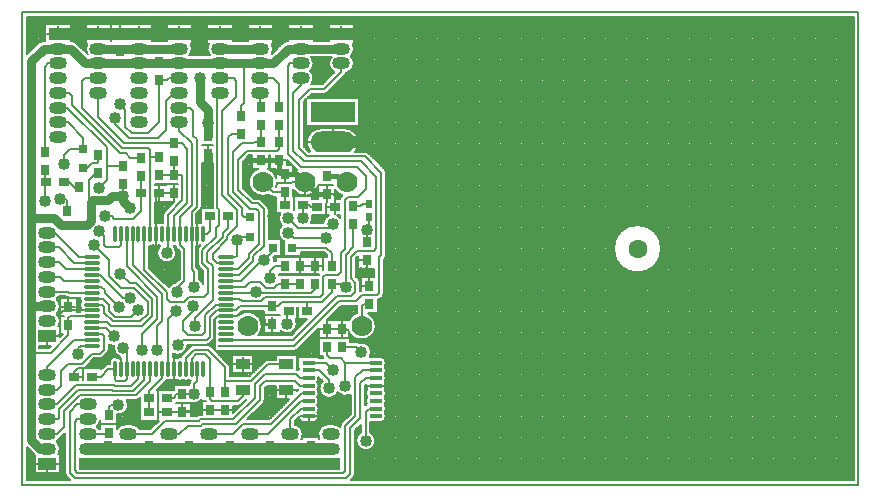
<source format=gtl>
%FSAX25Y25*%
%MOIN*%
G70*
G01*
G75*
%ADD10C,0.00800*%
%ADD11R,0.04724X0.03543*%
%ADD12O,0.05512X0.01102*%
%ADD13R,0.05512X0.01102*%
%ADD14O,0.01102X0.05512*%
%ADD15O,0.05512X0.01102*%
%ADD16R,0.02362X0.03150*%
%ADD17R,0.03543X0.03150*%
%ADD18R,0.03150X0.03543*%
%ADD19R,0.03150X0.03150*%
%ADD20R,0.03150X0.03543*%
%ADD21O,0.04331X0.01575*%
%ADD22R,0.04331X0.01575*%
%ADD23C,0.04000*%
%ADD24C,0.01500*%
%ADD25C,0.03000*%
%ADD26C,0.06299*%
%ADD27R,0.15000X0.07000*%
%ADD28O,0.15000X0.07000*%
%ADD29C,0.07000*%
%ADD30O,0.06000X0.04000*%
%ADD31C,0.04000*%
%ADD32R,0.06000X0.04000*%
D10*
X0115859Y0111004D02*
G03*
X0114726Y0111474I-0001133J-0001130D01*
G01*
X0115857Y0111005D02*
G03*
X0114726Y0111474I-0001131J-0001131D01*
G01*
X0121700Y0104500D02*
G03*
X0121231Y0105631I-0001600J0000000D01*
G01*
X0121700Y0104500D02*
G03*
X0121230Y0105633I-0001600J0000000D01*
G01*
X0111035Y0145779D02*
G03*
X0110533Y0147500I-0003200J0000000D01*
G01*
X0109881Y0143318D02*
G03*
X0111035Y0145779I-0002046J0002461D01*
G01*
Y0140858D02*
G03*
X0109881Y0143318I-0003200J0000000D01*
G01*
X0108402Y0137708D02*
G03*
X0111035Y0140858I-0000566J0003150D01*
G01*
X0111407Y0111474D02*
G03*
X0112574Y0114574I-0003533J0003100D01*
G01*
G03*
X0107874Y0119274I-0004700J0000000D01*
G01*
X0213418Y0079100D02*
G03*
X0213418Y0079100I-0007900J0000000D01*
G01*
X0121231Y0075795D02*
G03*
X0121700Y0076926I-0001131J0001131D01*
G01*
X0121230Y0075793D02*
G03*
X0121700Y0076926I-0001130J0001133D01*
G01*
X0113100Y0067800D02*
G03*
X0112630Y0068933I-0001600J0000000D01*
G01*
X0113100Y0067800D02*
G03*
X0112631Y0068931I-0001600J0000000D01*
G01*
X0120531Y0063169D02*
G03*
X0121000Y0064300I-0001131J0001131D01*
G01*
X0120530Y0063167D02*
G03*
X0121000Y0064300I-0001130J0001133D01*
G01*
X0118849Y0062007D02*
G03*
X0119831Y0062469I-0000149J0001593D01*
G01*
X0118849Y0062007D02*
G03*
X0119833Y0062470I-0000149J0001593D01*
G01*
X0111700Y0060000D02*
G03*
X0112005Y0060029I0000000J0001600D01*
G01*
X0111700Y0060000D02*
G03*
X0112005Y0060029I0000000J0001600D01*
G01*
X0112000Y0057819D02*
G03*
X0109334Y0055372I0001600J-0004419D01*
G01*
X0107967Y0136904D02*
G03*
X0108402Y0137708I-0001131J0001131D01*
G01*
X0107965Y0136903D02*
G03*
X0108402Y0137708I-0001130J0001133D01*
G01*
X0103532Y0143079D02*
G03*
X0104491Y0137954I0002303J-0002221D01*
G01*
X0101100Y0130700D02*
G03*
X0102233Y0131170I0000000J0001600D01*
G01*
X0101100Y0130700D02*
G03*
X0102231Y0131169I0000000J0001600D01*
G01*
X0097535Y0140858D02*
G03*
X0096639Y0143079I-0003200J0000000D01*
G01*
X0096381Y0138397D02*
G03*
X0097535Y0140858I-0002046J0002461D01*
G01*
Y0135936D02*
G03*
X0096381Y0138397I-0003200J0000000D01*
G01*
X0096804Y0133900D02*
G03*
X0097535Y0135936I-0002468J0002036D01*
G01*
X0099874Y0119274D02*
G03*
X0096341Y0111474I0000000J-0004700D01*
G01*
X0104649Y0098855D02*
G03*
X0107162Y0096925I0003951J0002545D01*
G01*
X0106870Y0096633D02*
G03*
X0106420Y0095749I0001130J-0001133D01*
G01*
X0106869Y0096631D02*
G03*
X0106420Y0095749I0001131J-0001131D01*
G01*
X0106400Y0089297D02*
G03*
X0105254Y0090199I-0002500J-0001997D01*
G01*
X0102546D02*
G03*
X0100712Y0087574I0001354J-0002899D01*
G01*
X0097100Y0089300D02*
G03*
X0096971Y0090199I-0003200J0000000D01*
G01*
X0090649Y0098855D02*
G03*
X0099099Y0100041I0003951J0002545D01*
G01*
X0092074Y0105363D02*
G03*
X0090649Y0103945I0002526J-0003963D01*
G01*
X0096595Y0087574D02*
G03*
X0097100Y0089300I-0002695J0001726D01*
G01*
X0118300Y0053400D02*
G03*
X0115705Y0057602I-0004700J0000000D01*
G01*
X0109775Y0050669D02*
G03*
X0118300Y0053400I0003825J0002731D01*
G01*
X0116700Y0044700D02*
G03*
X0112617Y0047776I-0003200J0000000D01*
G01*
G03*
X0111800Y0048000I-0000817J-0001376D01*
G01*
X0112617Y0047776D02*
G03*
X0111800Y0048000I-0000817J-0001376D01*
G01*
X0121660Y0041131D02*
G03*
X0119672Y0043118I-0001987J0000000D01*
G01*
X0121193Y0039851D02*
G03*
X0121660Y0041131I-0001521J0001280D01*
G01*
Y0038572D02*
G03*
X0121193Y0039851I-0001987J0000000D01*
G01*
Y0037292D02*
G03*
X0121660Y0038572I-0001521J0001280D01*
G01*
Y0036013D02*
G03*
X0121193Y0037292I-0001987J0000000D01*
G01*
Y0034733D02*
G03*
X0121660Y0036013I-0001521J0001280D01*
G01*
Y0033454D02*
G03*
X0121193Y0034733I-0001987J0000000D01*
G01*
X0121193Y0032174D02*
G03*
X0121660Y0033454I-0001521J0001280D01*
G01*
Y0030895D02*
G03*
X0121193Y0032174I-0001987J0000000D01*
G01*
X0116202Y0042985D02*
G03*
X0116700Y0044700I-0002702J0001715D01*
G01*
X0116917Y0043118D02*
G03*
X0116202Y0042985I0000000J-0001987D01*
G01*
X0100423Y0043428D02*
G03*
X0100727Y0042731I0001577J0000272D01*
G01*
X0100423Y0043428D02*
G03*
X0100727Y0042731I0001577J0000272D01*
G01*
X0114959Y0033796D02*
G03*
X0115396Y0032174I0001958J-0000343D01*
G01*
G03*
X0115396Y0029615I0001521J-0001280D01*
G01*
X0100614Y0035023D02*
G03*
X0105598Y0031275I0002060J-0002449D01*
G01*
X0091900Y0054000D02*
G03*
X0091513Y0055525I-0003200J0000000D01*
G01*
X0091112Y0045112D02*
G03*
X0092245Y0045582I0000000J0001600D01*
G01*
X0091112Y0045112D02*
G03*
X0092243Y0045581I0000000J0001600D01*
G01*
X0099219Y0036013D02*
G03*
X0099165Y0036472I-0001987J0000000D01*
G01*
X0098752Y0034733D02*
G03*
X0099219Y0036013I-0001521J0001280D01*
G01*
Y0033454D02*
G03*
X0098752Y0034733I-0001987J0000000D01*
G01*
X0098752Y0032174D02*
G03*
X0099219Y0033454I-0001521J0001280D01*
G01*
X0092572Y0039143D02*
G03*
X0092489Y0038644I0001903J-0000572D01*
G01*
G03*
X0092046Y0038781I-0000690J-0001444D01*
G01*
X0092489Y0038644D02*
G03*
X0092046Y0038781I-0000690J-0001444D01*
G01*
X0121193Y0029615D02*
G03*
X0121660Y0030895I-0001521J0001280D01*
G01*
Y0028335D02*
G03*
X0121193Y0029615I-0001987J0000000D01*
G01*
Y0027056D02*
G03*
X0121660Y0028335I-0001521J0001280D01*
G01*
Y0025776D02*
G03*
X0121193Y0027056I-0001987J0000000D01*
G01*
Y0024497D02*
G03*
X0121660Y0025776I-0001521J0001280D01*
G01*
X0115396Y0029615D02*
G03*
X0115252Y0027250I0001521J-0001280D01*
G01*
G03*
X0114774Y0026936I0000624J-0001473D01*
G01*
X0115252Y0027250D02*
G03*
X0114774Y0026936I0000624J-0001473D01*
G01*
X0121660Y0023217D02*
G03*
X0121193Y0024497I-0001987J0000000D01*
G01*
X0119672Y0021230D02*
G03*
X0121660Y0023217I0000000J0001987D01*
G01*
X0116474Y0021280D02*
G03*
X0116917Y0021230I0000442J0001938D01*
G01*
X0105598Y0031275D02*
G03*
X0109874Y0030463I0002576J0001899D01*
G01*
X0106970Y0021259D02*
G03*
X0106500Y0020126I0001130J-0001133D01*
G01*
X0106969Y0021257D02*
G03*
X0106500Y0020126I0001131J-0001131D01*
G01*
X0118100Y0015100D02*
G03*
X0116479Y0017884I-0003200J0000000D01*
G01*
X0113279Y0017859D02*
G03*
X0118100Y0015100I0001621J-0002759D01*
G01*
X0110931Y0002969D02*
G03*
X0111400Y0004100I-0001131J0001131D01*
G01*
X0110930Y0002967D02*
G03*
X0111400Y0004100I-0001130J0001133D01*
G01*
X0099219Y0030895D02*
G03*
X0098752Y0032174I-0001987J0000000D01*
G01*
X0098752Y0029615D02*
G03*
X0099219Y0030895I-0001521J0001280D01*
G01*
Y0028335D02*
G03*
X0098752Y0029615I-0001987J0000000D01*
G01*
Y0027056D02*
G03*
X0099219Y0028335I-0001521J0001280D01*
G01*
Y0025776D02*
G03*
X0098752Y0027056I-0001987J0000000D01*
G01*
Y0024497D02*
G03*
X0099219Y0025776I-0001521J0001280D01*
G01*
Y0023217D02*
G03*
X0098752Y0024497I-0001987J0000000D01*
G01*
X0092046Y0032131D02*
G03*
X0092465Y0031928I0000901J0001322D01*
G01*
X0092046Y0032131D02*
G03*
X0092465Y0031928I0000901J0001322D01*
G01*
X0097232Y0021230D02*
G03*
X0099219Y0023217I0000000J0001987D01*
G01*
X0092521Y0022858D02*
G03*
X0094476Y0021230I0001955J0000359D01*
G01*
X0106500Y0019641D02*
G03*
X0104274Y0020542I-0002226J-0002299D01*
G01*
X0102274D02*
G03*
X0099259Y0016272I0000000J-0003200D01*
G01*
G03*
X0099375Y0015988I0003015J0001071D01*
G01*
G03*
X0099576Y0015621I0002899J0001354D01*
G01*
X0093974Y0017342D02*
G03*
X0091374Y0020486I-0003200J0000000D01*
G01*
X0093472Y0015621D02*
G03*
X0093974Y0017342I-0002698J0001721D01*
G01*
X0089076Y0148479D02*
G03*
X0087166Y0147688I0000000J-0002700D01*
G01*
X0089076Y0148479D02*
G03*
X0087166Y0147688I0000000J-0002700D01*
G01*
X0084035Y0145779D02*
G03*
X0083533Y0147500I-0003200J0000000D01*
G01*
X0083528Y0144050D02*
G03*
X0084035Y0145779I-0002692J0001729D01*
G01*
X0062638Y0147500D02*
G03*
X0063032Y0143558I0002698J-0001721D01*
G01*
X0086379Y0090999D02*
G03*
X0086957Y0086874I0002695J-0001725D01*
G01*
X0085099Y0100041D02*
G03*
X0085287Y0101046I-0004499J0001359D01*
G01*
X0084972Y0099674D02*
G03*
X0085099Y0100041I-0004372J0001726D01*
G01*
X0082793Y0096944D02*
G03*
X0083926Y0096474I0001133J0001130D01*
G01*
X0082795Y0096943D02*
G03*
X0083926Y0096474I0001131J0001131D01*
G01*
X0086957Y0086874D02*
G03*
X0087647Y0081610I0002117J-0002400D01*
G01*
X0084274Y0075374D02*
G03*
X0084165Y0076202I-0003200J0000000D01*
G01*
X0084256Y0075037D02*
G03*
X0084274Y0075374I-0003182J0000337D01*
G01*
X0084700Y0075100D02*
G03*
X0084256Y0075037I0000000J-0001600D01*
G01*
X0084700Y0075100D02*
G03*
X0084256Y0075037I0000000J-0001600D01*
G01*
X0085099Y0102759D02*
G03*
X0082246Y0105802I-0004499J-0001359D01*
G01*
X0078954D02*
G03*
X0082594Y0097144I0001646J-0004402D01*
G01*
X0080117Y0095320D02*
G03*
X0078984Y0095790I-0001133J-0001130D01*
G01*
X0080115Y0095321D02*
G03*
X0078984Y0095790I-0001131J-0001131D01*
G01*
X0082574Y0092200D02*
G03*
X0082104Y0093333I-0001600J0000000D01*
G01*
X0082574Y0092200D02*
G03*
X0082105Y0093331I-0001600J0000000D01*
G01*
X0057035Y0145779D02*
G03*
X0056533Y0147500I-0003200J0000000D01*
G01*
X0018478Y0147688D02*
G03*
X0016569Y0148479I-0001909J-0001909D01*
G01*
X0018478Y0147688D02*
G03*
X0016569Y0148479I-0001909J-0001909D01*
G01*
X0007679Y0148479D02*
G03*
X0005770Y0147688I-0000000J-0002700D01*
G01*
X0007679Y0148479D02*
G03*
X0005770Y0147688I0000000J-0002700D01*
G01*
X0060167Y0092775D02*
G03*
X0060200Y0093100I-0001567J0000325D01*
G01*
X0060167Y0092775D02*
G03*
X0060200Y0093100I-0001567J0000325D01*
G01*
X0060028Y0092379D02*
G03*
X0060167Y0092775I-0001428J0000721D01*
G01*
X0060028Y0092379D02*
G03*
X0060167Y0092775I-0001428J0000721D01*
G01*
X0059731Y0091969D02*
G03*
X0060028Y0092379I-0001131J0001131D01*
G01*
X0059730Y0091967D02*
G03*
X0060028Y0092379I-0001130J0001133D01*
G01*
X0059815Y0087570D02*
G03*
X0058462Y0087833I-0000984J-0001448D01*
G01*
Y0080000D02*
G03*
X0059815Y0080263I0000368J0001712D01*
G01*
X0056139Y0143558D02*
G03*
X0057035Y0145779I-0002303J0002221D01*
G01*
X0050862Y0079963D02*
G03*
X0051399Y0080018I0000094J0001749D01*
G01*
G03*
X0051794Y0079369I0001526J0000482D01*
G01*
X0051399Y0080018D02*
G03*
X0051795Y0079367I0001526J0000482D01*
G01*
X0059370Y0079695D02*
G03*
X0058900Y0078563I0001130J-0001133D01*
G01*
X0059369Y0079694D02*
G03*
X0058900Y0078563I0001131J-0001131D01*
G01*
Y0074300D02*
G03*
X0059370Y0073167I0001600J0000000D01*
G01*
X0058900Y0074300D02*
G03*
X0059369Y0073169I0001600J0000000D01*
G01*
X0059400Y0071400D02*
G03*
X0058931Y0072531I-0001600J0000000D01*
G01*
X0059400Y0071400D02*
G03*
X0058930Y0072533I-0001600J0000000D01*
G01*
X0051800Y0077700D02*
G03*
X0050862Y0079963I-0003200J0000000D01*
G01*
X0047858Y0091521D02*
G03*
X0047388Y0090388I0001130J-0001133D01*
G01*
X0047857Y0091519D02*
G03*
X0047388Y0090388I0001131J-0001131D01*
G01*
X0022138Y0147500D02*
G03*
X0022194Y0143973I0002698J-0001721D01*
G01*
X0047388Y0087833D02*
G03*
X0046035Y0087570I-0000368J-0001712D01*
G01*
Y0080263D02*
G03*
X0046439Y0080060I0000984J0001448D01*
G01*
X0046035Y0087570D02*
G03*
X0044600Y0087813I-0000984J-0001448D01*
G01*
X0044067Y0080263D02*
G03*
X0046035Y0080263I0000984J0001448D01*
G01*
X0046439Y0080060D02*
G03*
X0051800Y0077700I0002161J-0002360D01*
G01*
X0042714Y0080000D02*
G03*
X0044067Y0080263I0000368J0001712D01*
G01*
X0086575Y0051608D02*
G03*
X0091900Y0054000I0002125J0002392D01*
G01*
X0079115Y0050280D02*
G03*
X0080300Y0053400I-0003515J0003120D01*
G01*
X0072331Y0057142D02*
G03*
X0072656Y0057393I-0000808J0001381D01*
G01*
X0072331Y0057142D02*
G03*
X0072654Y0057392I-0000808J0001381D01*
G01*
X0080300Y0053400D02*
G03*
X0072407Y0056849I-0004700J0000000D01*
G01*
G03*
X0072331Y0057142I-0001726J-0000295D01*
G01*
X0064823Y0055570D02*
G03*
X0064823Y0053602I0001448J-0000984D01*
G01*
G03*
X0064823Y0051633I0001448J-0000984D01*
G01*
G03*
X0064823Y0049665I0001448J-0000984D01*
G01*
G03*
X0064534Y0048463I0001448J-0000984D01*
G01*
X0064031Y0048569D02*
G03*
X0064500Y0049700I-0001131J0001131D01*
G01*
X0064030Y0048567D02*
G03*
X0064500Y0049700I-0001130J0001133D01*
G01*
X0061900Y0047100D02*
G03*
X0063033Y0047570I0000000J0001600D01*
G01*
X0061900Y0047100D02*
G03*
X0063031Y0047569I0000000J0001600D01*
G01*
X0060800Y0067414D02*
G03*
X0059400Y0069071I-0003000J-0001114D01*
G01*
X0063333Y0046630D02*
G03*
X0062200Y0047100I-0001133J-0001130D01*
G01*
X0063331Y0046631D02*
G03*
X0062200Y0047100I-0001131J-0001131D01*
G01*
X0057700D02*
G03*
X0056569Y0046631I0000000J-0001600D01*
G01*
X0057700Y0047100D02*
G03*
X0056567Y0046630I0000000J-0001600D01*
G01*
X0050588Y0044136D02*
G03*
X0055400Y0046900I0001612J0002764D01*
G01*
X0053764Y0043826D02*
G03*
X0053314Y0042947I0001130J-0001133D01*
G01*
X0053762Y0043825D02*
G03*
X0053314Y0042947I0001131J-0001131D01*
G01*
X0082331Y0042131D02*
G03*
X0081199Y0041662I0000000J-0001600D01*
G01*
X0082331Y0042131D02*
G03*
X0081198Y0041661I0000000J-0001600D01*
G01*
X0080731Y0027469D02*
G03*
X0081200Y0028600I-0001131J0001131D01*
G01*
X0080730Y0027467D02*
G03*
X0081200Y0028600I-0001130J0001133D01*
G01*
X0072200Y0026600D02*
G03*
X0073333Y0027070I0000000J0001600D01*
G01*
X0069600Y0039700D02*
G03*
X0069131Y0040831I-0001600J0000000D01*
G01*
X0069600Y0039700D02*
G03*
X0069130Y0040833I-0001600J0000000D01*
G01*
X0055878Y0035381D02*
G03*
X0056659Y0035091I0000984J0001448D01*
G01*
X0053909Y0035381D02*
G03*
X0055878Y0035381I0000984J0001448D01*
G01*
X0053314Y0042947D02*
G03*
X0051941Y0042688I-0000389J-0001708D01*
G01*
G03*
X0050588Y0042951I-0000984J-0001448D01*
G01*
X0051941Y0035381D02*
G03*
X0053909Y0035381I0000984J0001448D01*
G01*
X0049972D02*
G03*
X0051941Y0035381I0000984J0001448D01*
G01*
X0056570Y0035002D02*
G03*
X0056100Y0033869I0001130J-0001133D01*
G01*
X0056569Y0035001D02*
G03*
X0056100Y0033869I0001131J-0001131D01*
G01*
X0072200Y0026600D02*
G03*
X0073331Y0027069I0000000J0001600D01*
G01*
X0056575Y0027704D02*
G03*
X0060225Y0028734I0001125J0002996D01*
G01*
X0059837Y0023800D02*
G03*
X0058706Y0023331I0000000J-0001600D01*
G01*
X0059837Y0023800D02*
G03*
X0058705Y0023330I0000000J-0001600D01*
G01*
X0051598Y0067860D02*
G03*
X0049270Y0066193I0000502J-0003160D01*
G01*
X0033043Y0042979D02*
G03*
X0032256Y0042688I0000197J-0001740D01*
G01*
X0030978Y0046701D02*
G03*
X0033043Y0042979I0003122J-0000701D01*
G01*
X0032256Y0042688D02*
G03*
X0029520Y0041239I-0000984J-0001448D01*
G01*
X0029200Y0047189D02*
G03*
X0030978Y0046701I0001700J0002711D01*
G01*
X0028731Y0044369D02*
G03*
X0029200Y0045500I-0001131J0001131D01*
G01*
X0028730Y0044367D02*
G03*
X0029200Y0045500I-0001130J0001133D01*
G01*
X0026239Y0042538D02*
G03*
X0027370Y0043007I0000000J0001600D01*
G01*
X0026239Y0042538D02*
G03*
X0027371Y0043009I0000000J0001600D01*
G01*
X0048433Y0035169D02*
G03*
X0049972Y0035381I0000555J0001661D01*
G01*
X0048151Y0034788D02*
G03*
X0048433Y0035169I-0001131J0001131D01*
G01*
X0048150Y0034787D02*
G03*
X0048433Y0035169I-0001130J0001133D01*
G01*
X0029135Y0040635D02*
G03*
X0028003Y0040166I0000000J-0001600D01*
G01*
X0029135Y0040635D02*
G03*
X0028002Y0040165I0000000J-0001600D01*
G01*
X0019678Y0062828D02*
G03*
X0019941Y0061476I0001712J-0000368D01*
G01*
G03*
X0019941Y0059507I0001448J-0000984D01*
G01*
X0014918Y0063187D02*
G03*
X0015928Y0062828I0001010J0001241D01*
G01*
X0019941Y0059507D02*
G03*
X0019678Y0058154I0001448J-0000984D01*
G01*
X0014918Y0063187D02*
G03*
X0015928Y0062828I0001010J0001241D01*
G01*
X0011820Y0062327D02*
G03*
X0012545Y0063187I-0002046J0002461D01*
G01*
X0012974Y0059866D02*
G03*
X0011820Y0062327I-0003200J0000000D01*
G01*
Y0057406D02*
G03*
X0012974Y0059866I-0002046J0002461D01*
G01*
Y0054945D02*
G03*
X0011820Y0057406I-0003200J0000000D01*
G01*
X0020983Y0039275D02*
G03*
X0021633Y0039670I-0000483J0001525D01*
G01*
X0020983Y0039275D02*
G03*
X0021631Y0039669I-0000483J0001525D01*
G01*
X0012472Y0053224D02*
G03*
X0012974Y0054945I-0002698J0001721D01*
G01*
X0038183Y0028600D02*
G03*
X0039315Y0029070I0000000J0001600D01*
G01*
X0038183Y0028600D02*
G03*
X0039314Y0029069I0000000J0001600D01*
G01*
X0035700Y0027000D02*
G03*
X0035271Y0028600I-0003200J0000000D01*
G01*
X0031975Y0023843D02*
G03*
X0035700Y0027000I0000525J0003157D01*
G01*
X0039545Y0018942D02*
G03*
X0036774Y0020542I-0002771J-0001600D01*
G01*
X0034774D02*
G03*
X0031975Y0018893I0000000J-0003200D01*
G01*
X0025320Y0019803D02*
G03*
X0026425Y0021707I-0002046J0002461D01*
G01*
X0026045Y0018942D02*
G03*
X0025320Y0019803I-0002771J-0001600D01*
G01*
X0012588Y0015819D02*
G03*
X0013233Y0016213I-0000488J0001524D01*
G01*
X0012588Y0015819D02*
G03*
X0013231Y0016211I-0000488J0001524D01*
G01*
X0011820Y0014882D02*
G03*
X0012588Y0015819I-0002046J0002461D01*
G01*
X0012974Y0012421D02*
G03*
X0011820Y0014882I-0003200J0000000D01*
G01*
X0012472Y0010700D02*
G03*
X0012974Y0012421I-0002698J0001721D01*
G01*
X0014674Y0004426D02*
G03*
X0015144Y0003293I0001600J0000000D01*
G01*
X0014674Y0004426D02*
G03*
X0015143Y0003295I0001600J0000000D01*
G01*
X0121800Y0055200D02*
X0121974Y0055026D01*
X0122900Y0054100D01*
X0119200Y0051600D02*
X0121974D01*
Y0055026D01*
Y0034500D02*
Y0051600D01*
X0045051Y0083917D02*
Y0097549D01*
Y0076049D02*
Y0083917D01*
X0102000Y0052400D02*
X0108400D01*
X0099700D02*
X0102000D01*
X0064400Y0047100D02*
X0064500Y0047200D01*
Y0055400D01*
Y0045600D02*
Y0047200D01*
X0063000Y0025200D02*
X0068000D01*
X0060700D02*
X0063000D01*
X0050957Y0039035D02*
Y0042457D01*
Y0035700D02*
Y0039035D01*
X0048800Y0024600D02*
X0053600D01*
X0045800D02*
X0048800D01*
X0045800D02*
Y0031700D01*
Y0022000D02*
Y0024600D01*
X0112574Y0129224D02*
X0277540D01*
X0112574Y0128524D02*
X0277540D01*
X0112574Y0127824D02*
X0277540D01*
X0112574Y0127124D02*
X0277540D01*
X0112574Y0126424D02*
X0277540D01*
X0112574Y0125724D02*
X0277540D01*
X0112574Y0125024D02*
X0277540D01*
X0112574Y0124324D02*
X0277540D01*
X0112574Y0123624D02*
X0277540D01*
X0112574Y0122924D02*
X0277540D01*
X0115838Y0111024D02*
X0277540D01*
X0116538Y0110324D02*
X0277540D01*
X0117238Y0109624D02*
X0277540D01*
X0117938Y0108924D02*
X0277540D01*
X0118638Y0108224D02*
X0277540D01*
X0112574Y0122224D02*
X0277540D01*
X0112574Y0121524D02*
X0277540D01*
X0112574Y0120824D02*
X0277540D01*
X0112574Y0120124D02*
X0277540D01*
X0119594Y0107269D02*
Y0156240D01*
X0118894Y0107969D02*
Y0156240D01*
X0118194Y0108669D02*
Y0156240D01*
X0120994Y0105869D02*
Y0156240D01*
X0120294Y0106569D02*
Y0156240D01*
X0116094Y0110769D02*
Y0156240D01*
X0115394Y0111328D02*
Y0156240D01*
X0114694Y0111474D02*
Y0156240D01*
X0117494Y0109369D02*
Y0156240D01*
X0116794Y0110069D02*
Y0156240D01*
X0119338Y0107524D02*
X0277540D01*
X0120038Y0106824D02*
X0277540D01*
X0120738Y0106124D02*
X0277540D01*
X0113994Y0111474D02*
Y0156240D01*
X0112574Y0119874D02*
Y0129274D01*
X0113294Y0111474D02*
Y0156240D01*
X0112594Y0111474D02*
Y0156240D01*
X0211994Y0083625D02*
Y0156240D01*
X0211294Y0084490D02*
Y0156240D01*
X0210594Y0085154D02*
Y0156240D01*
X0213394Y0079721D02*
Y0156240D01*
X0212694Y0082405D02*
Y0156240D01*
X0208494Y0086418D02*
Y0156240D01*
X0207794Y0086665D02*
Y0156240D01*
X0207094Y0086841D02*
Y0156240D01*
X0209894Y0085678D02*
Y0156240D01*
X0209194Y0086093D02*
Y0156240D01*
X0121700Y0104024D02*
X0277540D01*
X0121700Y0103324D02*
X0277540D01*
X0121700Y0102624D02*
X0277540D01*
X0121700Y0101924D02*
X0277540D01*
X0121700Y0101224D02*
X0277540D01*
X0121406Y0105424D02*
X0277540D01*
X0121684Y0104724D02*
X0277540D01*
X0121700Y0100524D02*
X0277540D01*
X0121700Y0099824D02*
X0277540D01*
X0206394Y0086951D02*
Y0156240D01*
X0205694Y0086998D02*
Y0156240D01*
X0204994Y0086983D02*
Y0156240D01*
X0204294Y0086905D02*
Y0156240D01*
X0203594Y0086762D02*
Y0156240D01*
X0202894Y0086551D02*
Y0156240D01*
X0202194Y0086266D02*
Y0156240D01*
X0201494Y0085898D02*
Y0156240D01*
X0200794Y0085432D02*
Y0156240D01*
X0200094Y0084843D02*
Y0156240D01*
X0199394Y0084090D02*
Y0156240D01*
X0121694Y0104643D02*
Y0156240D01*
X0198694Y0083079D02*
Y0156240D01*
X0197994Y0081507D02*
Y0156240D01*
X0115859Y0111004D02*
X0121230Y0105633D01*
X0121700Y0076926D02*
Y0104500D01*
X0111035Y0153724D02*
X0277540D01*
X0111035Y0153024D02*
X0277540D01*
X0111035Y0152324D02*
X0277540D01*
X0111035Y0151624D02*
X0277540D01*
X0111035Y0150924D02*
X0277540D01*
X0111035Y0150224D02*
X0277540D01*
X0111035Y0149524D02*
X0277540D01*
X0111035Y0148824D02*
X0277540D01*
X0111035Y0148124D02*
X0277540D01*
X0110580Y0147424D02*
X0277540D01*
X0110892Y0146724D02*
X0277540D01*
X0111026Y0146024D02*
X0277540D01*
X0111003Y0145324D02*
X0277540D01*
X0110820Y0144624D02*
X0277540D01*
X0111024Y0141124D02*
X0277540D01*
X0110443Y0143924D02*
X0277540D01*
X0109989Y0143224D02*
X0277540D01*
X0110567Y0142524D02*
X0277540D01*
X0110886Y0141824D02*
X0277540D01*
X0110494Y0153900D02*
Y0156240D01*
X0111035Y0147500D02*
Y0153900D01*
X0109794D02*
Y0156240D01*
X0110533Y0147500D02*
X0111035D01*
X0102635Y0153900D02*
X0111035D01*
X0109094D02*
Y0156240D01*
X0106835Y0150700D02*
X0110635D01*
X0111006Y0140424D02*
X0277540D01*
X0110494Y0142639D02*
Y0143997D01*
X0110828Y0139724D02*
X0277540D01*
X0110458Y0139024D02*
X0277540D01*
X0109791Y0138324D02*
X0277540D01*
X0108382Y0137624D02*
X0277540D01*
X0107987Y0136924D02*
X0277540D01*
X0107287Y0136224D02*
X0277540D01*
X0106587Y0135524D02*
X0277540D01*
X0105887Y0134824D02*
X0277540D01*
X0105187Y0134124D02*
X0277540D01*
X0104487Y0133424D02*
X0277540D01*
X0103787Y0132724D02*
X0277540D01*
X0103087Y0132024D02*
X0277540D01*
X0102387Y0131324D02*
X0277540D01*
X0096787Y0130624D02*
X0277540D01*
X0096087Y0129924D02*
X0277540D01*
X0112103Y0116624D02*
X0277540D01*
X0112376Y0115924D02*
X0277540D01*
X0112529Y0115224D02*
X0277540D01*
X0112574Y0114524D02*
X0277540D01*
X0112514Y0113824D02*
X0277540D01*
X0094300Y0119424D02*
X0277540D01*
X0110080Y0118724D02*
X0277540D01*
X0111065Y0118024D02*
X0277540D01*
X0111685Y0117324D02*
X0277540D01*
X0111894Y0129274D02*
Y0156240D01*
X0111194Y0129274D02*
Y0156240D01*
X0110494Y0129274D02*
Y0139076D01*
X0111894Y0117010D02*
Y0119874D01*
X0111194Y0117901D02*
Y0119874D01*
X0095437Y0129274D02*
X0112574D01*
X0109794D02*
Y0138327D01*
X0095174Y0119874D02*
X0112574D01*
X0110494Y0118476D02*
Y0119874D01*
X0112345Y0113124D02*
X0277540D01*
X0112054Y0112424D02*
X0277540D01*
X0111894Y0111474D02*
Y0112138D01*
X0111612Y0111724D02*
X0277540D01*
X0109794Y0118864D02*
Y0119874D01*
X0111407Y0111474D02*
X0114726D01*
X0103874Y0114574D02*
X0112174D01*
X0121700Y0099124D02*
X0277540D01*
X0121700Y0098424D02*
X0277540D01*
X0121700Y0097724D02*
X0277540D01*
X0121700Y0097024D02*
X0277540D01*
X0121700Y0096324D02*
X0277540D01*
X0121700Y0095624D02*
X0277540D01*
X0121700Y0094924D02*
X0277540D01*
X0121700Y0094224D02*
X0277540D01*
X0121700Y0093524D02*
X0277540D01*
X0121700Y0092824D02*
X0277540D01*
X0121700Y0092124D02*
X0277540D01*
X0121700Y0091424D02*
X0277540D01*
X0121700Y0090724D02*
X0277540D01*
X0121700Y0090024D02*
X0277540D01*
X0208218Y0086524D02*
X0277540D01*
X0121700Y0089324D02*
X0277540D01*
X0121700Y0088624D02*
X0277540D01*
X0121700Y0087924D02*
X0277540D01*
X0121700Y0087224D02*
X0277540D01*
X0209665Y0085824D02*
X0277540D01*
X0210629Y0085124D02*
X0277540D01*
X0211354Y0084424D02*
X0277540D01*
X0211923Y0083724D02*
X0277540D01*
X0212374Y0083024D02*
X0277540D01*
X0121700Y0086524D02*
X0202818D01*
X0121700Y0085824D02*
X0201372D01*
X0121700Y0085124D02*
X0200408D01*
X0121700Y0084424D02*
X0199682D01*
X0121700Y0083724D02*
X0199113D01*
X0212730Y0082324D02*
X0277540D01*
X0213004Y0081624D02*
X0277540D01*
X0121700Y0083024D02*
X0198662D01*
X0213205Y0080924D02*
X0277540D01*
X0213338Y0080224D02*
X0277540D01*
X0121700Y0082324D02*
X0198306D01*
X0121700Y0081624D02*
X0198032D01*
X0121700Y0080924D02*
X0197832D01*
X0121700Y0080224D02*
X0197698D01*
X0213407Y0079524D02*
X0277540D01*
X0213413Y0078824D02*
X0277540D01*
X0213358Y0078124D02*
X0277540D01*
X0213238Y0077424D02*
X0277540D01*
X0213053Y0076724D02*
X0277540D01*
X0212795Y0076024D02*
X0277540D01*
X0212457Y0075324D02*
X0277540D01*
X0212028Y0074624D02*
X0277540D01*
X0211487Y0073924D02*
X0277540D01*
X0210799Y0073224D02*
X0277540D01*
X0209897Y0072524D02*
X0277540D01*
X0208596Y0071824D02*
X0277540D01*
X0121000Y0071124D02*
X0277540D01*
X0121000Y0070424D02*
X0277540D01*
X0121000Y0069724D02*
X0277540D01*
X0121000Y0069024D02*
X0277540D01*
X0121000Y0068324D02*
X0277540D01*
X0121000Y0067624D02*
X0277540D01*
X0121000Y0066924D02*
X0277540D01*
X0121700Y0079524D02*
X0197629D01*
X0121700Y0078824D02*
X0197623D01*
X0121700Y0078124D02*
X0197679D01*
X0121700Y0077424D02*
X0197798D01*
X0121422Y0076024D02*
X0198241D01*
X0121687Y0076724D02*
X0197984D01*
X0121000Y0075324D02*
X0198579D01*
X0121000Y0074624D02*
X0199008D01*
X0121000Y0075563D02*
X0121230Y0075793D01*
X0121000Y0073924D02*
X0199550D01*
X0121000Y0064300D02*
Y0075563D01*
Y0072524D02*
X0201140D01*
X0121000Y0073224D02*
X0200237D01*
X0121000Y0066224D02*
X0277540D01*
X0121000Y0071824D02*
X0202440D01*
X0117800Y0069546D02*
Y0072428D01*
X0117494Y0069546D02*
Y0072428D01*
X0116794Y0069546D02*
Y0072428D01*
X0116094Y0069546D02*
Y0072428D01*
X0115394Y0069546D02*
Y0072428D01*
X0112825Y0075400D02*
X0115200D01*
X0112425Y0072428D02*
X0117800D01*
X0115200Y0072828D02*
Y0075400D01*
X0111600Y0071824D02*
X0117800D01*
X0114694Y0069546D02*
Y0072428D01*
X0116074Y0066574D02*
Y0069146D01*
X0121000Y0065524D02*
X0277540D01*
X0113699Y0066574D02*
X0116074D01*
X0121000Y0064824D02*
X0277540D01*
X0120990Y0064124D02*
X0277540D01*
X0111600Y0071124D02*
X0117800D01*
X0111600Y0070424D02*
X0117800D01*
X0111838Y0069724D02*
X0117800D01*
X0113299Y0069546D02*
X0117800D01*
X0111600Y0075837D02*
X0112425Y0076662D01*
X0111787Y0076024D02*
X0112425D01*
Y0072428D02*
Y0076662D01*
X0111894Y0069669D02*
Y0076131D01*
X0111600Y0069963D02*
Y0075837D01*
Y0075324D02*
X0112425D01*
X0111600Y0074624D02*
X0112425D01*
X0111600Y0073924D02*
X0112425D01*
X0111600Y0073224D02*
X0112425D01*
X0113994Y0069546D02*
Y0072428D01*
X0112538Y0069024D02*
X0113299D01*
X0112594Y0068969D02*
Y0072428D01*
X0113299Y0065149D02*
Y0069546D01*
X0113100Y0065083D02*
Y0067800D01*
X0111600Y0072524D02*
X0112425D01*
X0111600Y0069963D02*
X0112630Y0068933D01*
X0120739Y0063424D02*
X0277540D01*
X0120087Y0062724D02*
X0277540D01*
X0119833Y0062470D02*
X0120530Y0063167D01*
X0118978Y0062024D02*
X0277540D01*
X0118849Y0061324D02*
X0277540D01*
X0118849Y0057602D02*
Y0062007D01*
Y0060624D02*
X0277540D01*
X0118849Y0059924D02*
X0277540D01*
X0118849Y0059224D02*
X0277540D01*
X0118849Y0058524D02*
X0277540D01*
X0118849Y0057824D02*
X0277540D01*
X0116467Y0057124D02*
X0277540D01*
X0115705Y0057602D02*
X0118849D01*
X0117198Y0056424D02*
X0277540D01*
X0117685Y0055724D02*
X0277540D01*
X0112000Y0057819D02*
Y0059900D01*
X0111894Y0057779D02*
Y0060012D01*
X0111194Y0057437D02*
Y0060000D01*
X0105887Y0059224D02*
X0112000D01*
X0106663Y0060000D02*
X0111700D01*
X0110494Y0056927D02*
Y0060000D01*
X0109794Y0056157D02*
Y0060000D01*
X0117494Y0056032D02*
Y0057602D01*
X0116794Y0056848D02*
Y0057602D01*
X0105187Y0058524D02*
X0112000D01*
X0104775Y0055372D02*
X0109334D01*
X0104487Y0057824D02*
X0112000D01*
X0103787Y0057124D02*
X0110733D01*
X0103087Y0056424D02*
X0110002D01*
X0102387Y0055724D02*
X0109515D01*
X0108394Y0153900D02*
Y0156240D01*
X0107694Y0153900D02*
Y0156240D01*
X0106994Y0153900D02*
Y0156240D01*
X0106294Y0153900D02*
Y0156240D01*
X0105594Y0153900D02*
Y0156240D01*
X0104894Y0153900D02*
Y0156240D01*
X0104194Y0153900D02*
Y0156240D01*
X0103494Y0153900D02*
Y0156240D01*
X0102794Y0153900D02*
Y0156240D01*
X0097535Y0153724D02*
X0102635D01*
X0106835Y0150700D02*
Y0153500D01*
X0104194Y0137656D02*
Y0138111D01*
X0103494Y0136956D02*
Y0138677D01*
X0103035Y0150700D02*
X0106835D01*
X0102233Y0131170D02*
X0107965Y0136903D01*
X0100437Y0133900D02*
X0104491Y0137954D01*
X0102094Y0148479D02*
Y0156240D01*
X0102635Y0148479D02*
Y0153900D01*
X0101394Y0148479D02*
Y0156240D01*
X0102794Y0141851D02*
Y0143079D01*
X0100694Y0148479D02*
Y0156240D01*
X0099994Y0148479D02*
Y0156240D01*
X0099294Y0148479D02*
Y0156240D01*
X0098594Y0148479D02*
Y0156240D01*
X0097894Y0148479D02*
Y0156240D01*
X0097535Y0148479D02*
Y0153900D01*
X0102094Y0135556D02*
Y0143079D01*
X0102794Y0136256D02*
Y0139864D01*
X0101394Y0134856D02*
Y0143079D01*
X0100694Y0134156D02*
Y0143079D01*
X0099994Y0133900D02*
Y0143079D01*
X0099294Y0133900D02*
Y0143079D01*
X0098594Y0133900D02*
Y0143079D01*
X0097894Y0133900D02*
Y0143079D01*
X0109094Y0129274D02*
Y0137915D01*
X0108394Y0129274D02*
Y0137672D01*
X0107694Y0129274D02*
Y0136631D01*
X0109094Y0119113D02*
Y0119874D01*
X0106994Y0129274D02*
Y0135931D01*
X0106294Y0129274D02*
Y0135231D01*
X0105594Y0129274D02*
Y0134531D01*
X0104894Y0129274D02*
Y0133831D01*
X0104194Y0129274D02*
Y0133131D01*
X0103494Y0129274D02*
Y0132431D01*
X0108394Y0119245D02*
Y0119874D01*
X0107694Y0119274D02*
Y0119874D01*
X0106994Y0119274D02*
Y0119874D01*
X0106294Y0119274D02*
Y0119874D01*
X0105594Y0119274D02*
Y0119874D01*
X0104894Y0119274D02*
Y0119874D01*
X0104194Y0119274D02*
Y0119874D01*
X0099874Y0119274D02*
X0107874D01*
X0103874Y0114574D02*
Y0118874D01*
X0102794Y0129274D02*
Y0131731D01*
X0102094Y0129274D02*
Y0131046D01*
X0101394Y0129274D02*
Y0130727D01*
X0100694Y0129274D02*
Y0130700D01*
X0099994Y0129274D02*
Y0130700D01*
X0099294Y0129274D02*
Y0130700D01*
X0098594Y0129274D02*
Y0130700D01*
X0097894Y0129274D02*
Y0130700D01*
X0103494Y0119274D02*
Y0119874D01*
X0102794Y0119274D02*
Y0119874D01*
X0102094Y0119274D02*
Y0119874D01*
X0101394Y0119274D02*
Y0119874D01*
X0100694Y0119274D02*
Y0119874D01*
X0099994Y0119274D02*
Y0119874D01*
X0099294Y0119238D02*
Y0119874D01*
X0098594Y0119096D02*
Y0119874D01*
X0097894Y0118836D02*
Y0119874D01*
X0097535Y0153024D02*
X0102635D01*
X0097535Y0152324D02*
X0102635D01*
X0097535Y0151624D02*
X0102635D01*
X0097535Y0150924D02*
X0102635D01*
X0097535Y0150224D02*
X0102635D01*
X0097535Y0149524D02*
X0102635D01*
X0097535Y0148824D02*
X0102635D01*
X0097535Y0148479D02*
X0102635D01*
X0096639Y0143079D02*
X0103532D01*
X0097067Y0142524D02*
X0103104D01*
X0097386Y0141824D02*
X0102785D01*
X0097524Y0141124D02*
X0102647D01*
X0097506Y0140424D02*
X0102665D01*
X0097379Y0136924D02*
X0103462D01*
X0097328Y0139724D02*
X0102843D01*
X0096465Y0138324D02*
X0103880D01*
X0096958Y0139024D02*
X0103212D01*
X0097054Y0137624D02*
X0104162D01*
X0097522Y0136224D02*
X0102762D01*
X0097194Y0153900D02*
Y0156240D01*
X0096494Y0153900D02*
Y0156240D01*
X0095794Y0153900D02*
Y0156240D01*
X0095094Y0153900D02*
Y0156240D01*
X0094394Y0153900D02*
Y0156240D01*
X0093694Y0153900D02*
Y0156240D01*
X0092994Y0153900D02*
Y0156240D01*
X0092294Y0153900D02*
Y0156240D01*
X0091594Y0153900D02*
Y0156240D01*
X0097194Y0142296D02*
Y0143079D01*
X0093335Y0150700D02*
Y0153500D01*
X0097194Y0137375D02*
Y0139419D01*
X0090894Y0153900D02*
Y0156240D01*
X0090194Y0153900D02*
Y0156240D01*
X0093335Y0150700D02*
X0097135D01*
X0089535D02*
X0093335D01*
X0097509Y0135524D02*
X0102062D01*
X0097336Y0134824D02*
X0101362D01*
X0096973Y0134124D02*
X0100662D01*
X0097194Y0133900D02*
Y0134497D01*
Y0129274D02*
Y0130700D01*
X0096804Y0133900D02*
X0100437D01*
X0096863Y0130700D02*
X0101100D01*
X0095437Y0129274D02*
X0096863Y0130700D01*
X0096494Y0129274D02*
Y0130331D01*
X0097194Y0118435D02*
Y0119874D01*
X0095794Y0129274D02*
Y0129631D01*
X0096494Y0117839D02*
Y0119874D01*
X0095794Y0116906D02*
Y0119874D01*
X0094300Y0118724D02*
X0097668D01*
X0095174Y0129011D02*
X0095437Y0129274D01*
X0094300Y0118024D02*
X0096683D01*
X0094300Y0128137D02*
X0095174Y0129011D01*
X0094687Y0128524D02*
X0095174D01*
Y0119874D02*
Y0129011D01*
X0095094Y0112469D02*
Y0128931D01*
X0094394Y0113169D02*
Y0128231D01*
X0094300Y0127824D02*
X0095174D01*
X0094300Y0127124D02*
X0095174D01*
X0094300Y0126424D02*
X0095174D01*
X0094300Y0113263D02*
Y0128137D01*
Y0125724D02*
X0095174D01*
X0094300Y0125024D02*
X0095174D01*
X0094300Y0124324D02*
X0095174D01*
X0094300Y0123624D02*
X0095174D01*
X0094300Y0122924D02*
X0095174D01*
X0094300Y0122224D02*
X0095174D01*
X0094300Y0121524D02*
X0095174D01*
X0094300Y0120824D02*
X0095174D01*
X0094300Y0120124D02*
X0095174D01*
X0106870Y0096633D02*
X0107162Y0096925D01*
X0106294Y0095749D02*
Y0097305D01*
X0105594Y0095749D02*
Y0097787D01*
X0104649Y0097724D02*
X0105671D01*
X0104649Y0097024D02*
X0106884D01*
X0104649Y0098424D02*
X0104962D01*
X0104894Y0095749D02*
Y0098510D01*
X0104649Y0095749D02*
Y0098855D01*
Y0096324D02*
X0106629D01*
X0105254Y0090199D02*
X0106400D01*
X0105579Y0090024D02*
X0106400D01*
X0106294Y0089424D02*
Y0090199D01*
X0104649Y0095749D02*
X0106420D01*
X0104674Y0092974D02*
Y0095349D01*
X0102102Y0092974D02*
X0104674D01*
Y0090599D02*
Y0092974D01*
X0099170Y0100302D02*
X0104030D01*
X0099156Y0100246D02*
X0104044D01*
X0098712Y0099124D02*
X0099099D01*
X0101874Y0097274D02*
Y0099846D01*
X0099099Y0095749D02*
Y0100041D01*
X0098238Y0098424D02*
X0099099D01*
X0097529Y0097724D02*
X0099099D01*
X0098594Y0095749D02*
Y0098922D01*
X0097894Y0095749D02*
Y0098047D01*
X0101874Y0097274D02*
X0104249D01*
X0101874Y0094702D02*
Y0097274D01*
X0101702Y0090199D02*
Y0094302D01*
Y0090199D02*
X0102546D01*
X0101646D02*
Y0094302D01*
X0099499Y0097274D02*
X0101874D01*
X0097194Y0095749D02*
Y0097480D01*
X0097017Y0090024D02*
X0102221D01*
X0096971Y0090199D02*
X0101646D01*
X0109094Y0055372D02*
Y0060000D01*
X0108394Y0055372D02*
Y0060000D01*
X0106400Y0089297D02*
Y0090199D01*
X0107694Y0055372D02*
Y0060000D01*
X0106994Y0055372D02*
Y0060000D01*
X0101137Y0077900D02*
X0102000Y0077037D01*
Y0076472D02*
Y0077037D01*
X0100825Y0076472D02*
X0102000D01*
X0106294Y0055372D02*
Y0059631D01*
X0105594Y0055372D02*
Y0058931D01*
X0104894Y0055372D02*
Y0058231D01*
X0104225Y0055372D02*
X0104775D01*
X0104194D02*
Y0057531D01*
X0104225Y0055372D02*
X0104775D01*
X0103494D02*
Y0056831D01*
X0102034Y0055372D02*
X0104225D01*
X0102794D02*
Y0056131D01*
X0101394Y0089289D02*
Y0090199D01*
X0100694Y0087574D02*
Y0090199D01*
X0099994Y0087574D02*
Y0090199D01*
Y0076472D02*
Y0077900D01*
X0099294Y0087574D02*
Y0090199D01*
X0098594Y0087574D02*
Y0090199D01*
X0097894Y0087574D02*
Y0090199D01*
X0097194Y0087574D02*
Y0090199D01*
X0099294Y0076472D02*
Y0077900D01*
X0101394Y0076472D02*
Y0077644D01*
X0098594Y0076472D02*
Y0077900D01*
X0100825Y0071951D02*
Y0076472D01*
X0100675Y0071871D02*
Y0076472D01*
X0097894D02*
Y0077900D01*
X0097900Y0073500D02*
Y0076072D01*
Y0073500D02*
X0100275D01*
X0097900Y0070928D02*
Y0073500D01*
X0094300Y0117324D02*
X0096063D01*
X0094300Y0116624D02*
X0095645D01*
X0094300Y0115924D02*
X0095372D01*
X0095574Y0114574D02*
X0103874D01*
X0095138Y0112424D02*
X0095694D01*
X0094300Y0115224D02*
X0095219D01*
X0094300Y0114524D02*
X0095174D01*
X0094300Y0113824D02*
X0095234D01*
X0094300Y0113263D02*
X0096089Y0111474D01*
X0094438Y0113124D02*
X0095403D01*
X0096316Y0097024D02*
X0099099D01*
X0096494Y0096549D02*
Y0097098D01*
X0095794Y0111769D02*
Y0112242D01*
X0096846Y0096324D02*
X0099099D01*
X0096846Y0095749D02*
Y0096549D01*
X0095794D02*
Y0096854D01*
X0090300Y0101400D02*
X0094600D01*
X0090902Y0096549D02*
X0096846D01*
X0090649Y0106788D02*
X0092074Y0105363D01*
X0091594Y0105013D02*
Y0105844D01*
X0090649Y0106124D02*
X0091313D01*
X0090894Y0104290D02*
Y0106544D01*
X0090649Y0103945D02*
Y0106788D01*
X0090392Y0107046D02*
X0090649Y0106788D01*
X0089494Y0107046D02*
Y0107944D01*
X0090649Y0105424D02*
X0092013D01*
X0094600Y0097100D02*
Y0101400D01*
X0092994Y0096549D02*
Y0096983D01*
X0090649Y0104724D02*
X0091278D01*
X0092294Y0096549D02*
Y0097305D01*
X0091594Y0096549D02*
Y0097787D01*
X0090649Y0097724D02*
X0091671D01*
X0090649Y0098424D02*
X0090962D01*
X0090649Y0097024D02*
X0092884D01*
X0090649Y0096549D02*
Y0098855D01*
X0097100Y0089324D02*
X0101422D01*
X0097028Y0088624D02*
X0100987D01*
X0096846Y0095749D02*
X0099099D01*
X0096789Y0087924D02*
X0100761D01*
X0097194Y0076472D02*
Y0077900D01*
X0096595Y0087574D02*
X0100712D01*
X0093197Y0077900D02*
X0101137D01*
X0096494Y0076472D02*
Y0077900D01*
X0095794Y0076472D02*
Y0077900D01*
X0095675Y0076472D02*
X0100675D01*
X0095125D02*
X0095675D01*
X0095125D02*
X0095675D01*
Y0070528D02*
X0099375D01*
X0095675Y0070472D02*
X0099348D01*
X0093197Y0077424D02*
X0101613D01*
X0095125Y0070528D02*
X0095675D01*
X0095125Y0070472D02*
X0095675D01*
X0095125Y0070528D02*
X0095675D01*
X0095094Y0076472D02*
Y0077900D01*
X0093197Y0076725D02*
Y0077900D01*
X0090902Y0091900D02*
Y0096549D01*
X0094394Y0076472D02*
Y0077900D01*
X0093694Y0076472D02*
Y0077900D01*
X0090675Y0076472D02*
X0095125D01*
X0090846Y0091939D02*
Y0096549D01*
X0090125Y0076472D02*
X0090675D01*
X0090125D02*
X0090675D01*
X0092900Y0073500D02*
Y0076072D01*
X0095125Y0070472D02*
X0095675D01*
X0092900Y0070928D02*
Y0073500D01*
X0090675Y0070528D02*
X0095125D01*
X0090675Y0070472D02*
X0095125D01*
X0090125Y0070528D02*
X0090675D01*
X0090125Y0070472D02*
X0090675D01*
X0090125Y0070528D02*
X0090675D01*
X0090125Y0070472D02*
X0090675D01*
X0277540Y0001960D02*
Y0156240D01*
X0277094Y0001960D02*
Y0156240D01*
X0276394Y0001960D02*
Y0156240D01*
X0275694Y0001960D02*
Y0156240D01*
X0274994Y0001960D02*
Y0156240D01*
X0274294Y0001960D02*
Y0156240D01*
X0273594Y0001960D02*
Y0156240D01*
X0272894Y0001960D02*
Y0156240D01*
X0272194Y0001960D02*
Y0156240D01*
X0271494Y0001960D02*
Y0156240D01*
X0270794Y0001960D02*
Y0156240D01*
X0270094Y0001960D02*
Y0156240D01*
X0269394Y0001960D02*
Y0156240D01*
X0268694Y0001960D02*
Y0156240D01*
X0267994Y0001960D02*
Y0156240D01*
X0267294Y0001960D02*
Y0156240D01*
X0266594Y0001960D02*
Y0156240D01*
X0265894Y0001960D02*
Y0156240D01*
X0265194Y0001960D02*
Y0156240D01*
X0264494Y0001960D02*
Y0156240D01*
X0263794Y0001960D02*
Y0156240D01*
X0263094Y0001960D02*
Y0156240D01*
X0262394Y0001960D02*
Y0156240D01*
X0261694Y0001960D02*
Y0156240D01*
X0260994Y0001960D02*
Y0156240D01*
X0260294Y0001960D02*
Y0156240D01*
X0259594Y0001960D02*
Y0156240D01*
X0258894Y0001960D02*
Y0156240D01*
X0258194Y0001960D02*
Y0156240D01*
X0257494Y0001960D02*
Y0156240D01*
X0256794Y0001960D02*
Y0156240D01*
X0256094Y0001960D02*
Y0156240D01*
X0255394Y0001960D02*
Y0156240D01*
X0254694Y0001960D02*
Y0156240D01*
X0253994Y0001960D02*
Y0156240D01*
X0253294Y0001960D02*
Y0156240D01*
X0252594Y0001960D02*
Y0156240D01*
X0251894Y0001960D02*
Y0156240D01*
X0251194Y0001960D02*
Y0156240D01*
X0250494Y0001960D02*
Y0156240D01*
X0249794Y0001960D02*
Y0156240D01*
X0249094Y0001960D02*
Y0156240D01*
X0248394Y0001960D02*
Y0156240D01*
X0247694Y0001960D02*
Y0156240D01*
X0246994Y0001960D02*
Y0156240D01*
X0246294Y0001960D02*
Y0156240D01*
X0245594Y0001960D02*
Y0156240D01*
X0244894Y0001960D02*
Y0156240D01*
X0244194Y0001960D02*
Y0156240D01*
X0243494Y0001960D02*
Y0156240D01*
X0242794Y0001960D02*
Y0156240D01*
X0242094Y0001960D02*
Y0156240D01*
X0241394Y0001960D02*
Y0156240D01*
X0240694Y0001960D02*
Y0156240D01*
X0239994Y0001960D02*
Y0156240D01*
X0239294Y0001960D02*
Y0156240D01*
X0238594Y0001960D02*
Y0156240D01*
X0237894Y0001960D02*
Y0156240D01*
X0237194Y0001960D02*
Y0156240D01*
X0236494Y0001960D02*
Y0156240D01*
X0235794Y0001960D02*
Y0156240D01*
X0235094Y0001960D02*
Y0156240D01*
X0234394Y0001960D02*
Y0156240D01*
X0233694Y0001960D02*
Y0156240D01*
X0232994Y0001960D02*
Y0156240D01*
X0232294Y0001960D02*
Y0156240D01*
X0231594Y0001960D02*
Y0156240D01*
X0230894Y0001960D02*
Y0156240D01*
X0230194Y0001960D02*
Y0156240D01*
X0229494Y0001960D02*
Y0156240D01*
X0228794Y0001960D02*
Y0156240D01*
X0228094Y0001960D02*
Y0156240D01*
X0227394Y0001960D02*
Y0156240D01*
X0226694Y0001960D02*
Y0156240D01*
X0225994Y0001960D02*
Y0156240D01*
X0225294Y0001960D02*
Y0156240D01*
X0224594Y0001960D02*
Y0156240D01*
X0223894Y0001960D02*
Y0156240D01*
X0223194Y0001960D02*
Y0156240D01*
X0222494Y0001960D02*
Y0156240D01*
X0221794Y0001960D02*
Y0156240D01*
X0221094Y0001960D02*
Y0156240D01*
X0220394Y0001960D02*
Y0156240D01*
X0219694Y0001960D02*
Y0156240D01*
X0218994Y0001960D02*
Y0156240D01*
X0218294Y0001960D02*
Y0156240D01*
X0217594Y0001960D02*
Y0156240D01*
X0216894Y0001960D02*
Y0156240D01*
X0216194Y0001960D02*
Y0156240D01*
X0215494Y0001960D02*
Y0156240D01*
X0214794Y0001960D02*
Y0156240D01*
X0214094Y0001960D02*
Y0156240D01*
X0197294Y0001960D02*
Y0156240D01*
X0196594Y0001960D02*
Y0156240D01*
X0195894Y0001960D02*
Y0156240D01*
X0195194Y0001960D02*
Y0156240D01*
X0194494Y0001960D02*
Y0156240D01*
X0193794Y0001960D02*
Y0156240D01*
X0193094Y0001960D02*
Y0156240D01*
X0192394Y0001960D02*
Y0156240D01*
X0191694Y0001960D02*
Y0156240D01*
X0190994Y0001960D02*
Y0156240D01*
X0190294Y0001960D02*
Y0156240D01*
X0189594Y0001960D02*
Y0156240D01*
X0188894Y0001960D02*
Y0156240D01*
X0188194Y0001960D02*
Y0156240D01*
X0187494Y0001960D02*
Y0156240D01*
X0186794Y0001960D02*
Y0156240D01*
X0186094Y0001960D02*
Y0156240D01*
X0185394Y0001960D02*
Y0156240D01*
X0184694Y0001960D02*
Y0156240D01*
X0183994Y0001960D02*
Y0156240D01*
X0183294Y0001960D02*
Y0156240D01*
X0182594Y0001960D02*
Y0156240D01*
X0181894Y0001960D02*
Y0156240D01*
X0181194Y0001960D02*
Y0156240D01*
X0180494Y0001960D02*
Y0156240D01*
X0179794Y0001960D02*
Y0156240D01*
X0179094Y0001960D02*
Y0156240D01*
X0178394Y0001960D02*
Y0156240D01*
X0177694Y0001960D02*
Y0156240D01*
X0176994Y0001960D02*
Y0156240D01*
X0176294Y0001960D02*
Y0156240D01*
X0175594Y0001960D02*
Y0156240D01*
X0174894Y0001960D02*
Y0156240D01*
X0174194Y0001960D02*
Y0156240D01*
X0173494Y0001960D02*
Y0156240D01*
X0172794Y0001960D02*
Y0156240D01*
X0172094Y0001960D02*
Y0156240D01*
X0171394Y0001960D02*
Y0156240D01*
X0170694Y0001960D02*
Y0156240D01*
X0169994Y0001960D02*
Y0156240D01*
X0169294Y0001960D02*
Y0156240D01*
X0168594Y0001960D02*
Y0156240D01*
X0167894Y0001960D02*
Y0156240D01*
X0167194Y0001960D02*
Y0156240D01*
X0166494Y0001960D02*
Y0156240D01*
X0165794Y0001960D02*
Y0156240D01*
X0165094Y0001960D02*
Y0156240D01*
X0164394Y0001960D02*
Y0156240D01*
X0163694Y0001960D02*
Y0156240D01*
X0162994Y0001960D02*
Y0156240D01*
X0162294Y0001960D02*
Y0156240D01*
X0161594Y0001960D02*
Y0156240D01*
X0160894Y0001960D02*
Y0156240D01*
X0160194Y0001960D02*
Y0156240D01*
X0159494Y0001960D02*
Y0156240D01*
X0158794Y0001960D02*
Y0156240D01*
X0158094Y0001960D02*
Y0156240D01*
X0213394Y0001960D02*
Y0078479D01*
X0212694Y0001960D02*
Y0075795D01*
X0211994Y0001960D02*
Y0074575D01*
X0211294Y0001960D02*
Y0073710D01*
X0210594Y0001960D02*
Y0073046D01*
X0209894Y0001960D02*
Y0072522D01*
X0209194Y0001960D02*
Y0072107D01*
X0208494Y0001960D02*
Y0071782D01*
X0207794Y0001960D02*
Y0071535D01*
X0202894Y0001960D02*
Y0071649D01*
X0207094Y0001960D02*
Y0071359D01*
X0206394Y0001960D02*
Y0071249D01*
X0205694Y0001960D02*
Y0071202D01*
X0204994Y0001960D02*
Y0071217D01*
X0204294Y0001960D02*
Y0071295D01*
X0121569Y0041724D02*
X0277540D01*
X0121657Y0041024D02*
X0277540D01*
X0121489Y0040324D02*
X0277540D01*
X0203594Y0001960D02*
Y0071438D01*
X0157394Y0001960D02*
Y0156240D01*
X0156694Y0001960D02*
Y0156240D01*
X0155994Y0001960D02*
Y0156240D01*
X0155294Y0001960D02*
Y0156240D01*
X0154594Y0001960D02*
Y0156240D01*
X0153894Y0001960D02*
Y0156240D01*
X0153194Y0001960D02*
Y0156240D01*
X0152494Y0001960D02*
Y0156240D01*
X0151794Y0001960D02*
Y0156240D01*
X0201494Y0001960D02*
Y0072302D01*
X0202194Y0001960D02*
Y0071934D01*
X0200794Y0001960D02*
Y0072768D01*
X0200094Y0001960D02*
Y0073357D01*
X0199394Y0001960D02*
Y0074110D01*
X0198694Y0001960D02*
Y0075121D01*
X0197994Y0001960D02*
Y0076693D01*
X0151094Y0001960D02*
Y0156240D01*
X0150394Y0001960D02*
Y0156240D01*
X0149694Y0001960D02*
Y0156240D01*
X0148994Y0001960D02*
Y0156240D01*
X0148294Y0001960D02*
Y0156240D01*
X0147594Y0001960D02*
Y0156240D01*
X0146894Y0001960D02*
Y0156240D01*
X0146194Y0001960D02*
Y0156240D01*
X0145494Y0001960D02*
Y0156240D01*
X0144794Y0001960D02*
Y0156240D01*
X0144094Y0001960D02*
Y0156240D01*
X0143394Y0001960D02*
Y0156240D01*
X0142694Y0001960D02*
Y0156240D01*
X0141994Y0001960D02*
Y0156240D01*
X0141294Y0001960D02*
Y0156240D01*
X0140594Y0001960D02*
Y0156240D01*
X0139894Y0001960D02*
Y0156240D01*
X0139194Y0001960D02*
Y0156240D01*
X0138494Y0001960D02*
Y0156240D01*
X0137794Y0001960D02*
Y0156240D01*
X0137094Y0001960D02*
Y0156240D01*
X0136394Y0001960D02*
Y0156240D01*
X0135694Y0001960D02*
Y0156240D01*
X0134994Y0001960D02*
Y0156240D01*
X0134294Y0001960D02*
Y0156240D01*
X0133594Y0001960D02*
Y0156240D01*
X0132894Y0001960D02*
Y0156240D01*
X0132194Y0001960D02*
Y0156240D01*
X0131494Y0001960D02*
Y0156240D01*
X0130794Y0001960D02*
Y0156240D01*
X0130094Y0001960D02*
Y0156240D01*
X0129394Y0001960D02*
Y0156240D01*
X0128694Y0001960D02*
Y0156240D01*
X0127994Y0001960D02*
Y0156240D01*
X0127294Y0001960D02*
Y0156240D01*
X0126594Y0001960D02*
Y0156240D01*
X0125894Y0001960D02*
Y0156240D01*
X0125194Y0001960D02*
Y0156240D01*
X0124494Y0001960D02*
Y0156240D01*
X0118010Y0055024D02*
X0277540D01*
X0118208Y0054324D02*
X0277540D01*
X0118295Y0053624D02*
X0277540D01*
X0118276Y0052924D02*
X0277540D01*
X0118151Y0052224D02*
X0277540D01*
X0117910Y0051524D02*
X0277540D01*
X0117531Y0050824D02*
X0277540D01*
X0116971Y0050124D02*
X0277540D01*
X0116107Y0049424D02*
X0277540D01*
X0114078Y0048724D02*
X0277540D01*
X0116456Y0045924D02*
X0277540D01*
X0116657Y0045224D02*
X0277540D01*
X0116695Y0044524D02*
X0277540D01*
X0116578Y0043824D02*
X0277540D01*
X0121181Y0042424D02*
X0277540D01*
X0109775Y0048024D02*
X0277540D01*
X0115331Y0047324D02*
X0277540D01*
X0116057Y0046624D02*
X0277540D01*
X0116285Y0043124D02*
X0277540D01*
X0121628Y0038924D02*
X0277540D01*
X0121629Y0038224D02*
X0277540D01*
X0121486Y0036824D02*
X0277540D01*
X0121657Y0036124D02*
X0277540D01*
X0121571Y0035424D02*
X0277540D01*
X0121358Y0039624D02*
X0277540D01*
X0121361Y0037524D02*
X0277540D01*
X0121200Y0034724D02*
X0277540D01*
X0121576Y0034024D02*
X0277540D01*
X0121656Y0033324D02*
X0277540D01*
X0121479Y0032624D02*
X0277540D01*
X0121632Y0031224D02*
X0277540D01*
X0121625Y0030524D02*
X0277540D01*
X0121496Y0029124D02*
X0277540D01*
X0121372Y0031924D02*
X0277540D01*
X0121347Y0029824D02*
X0277540D01*
X0121658Y0028424D02*
X0277540D01*
X0121564Y0027724D02*
X0277540D01*
X0121583Y0026324D02*
X0277540D01*
X0121654Y0025624D02*
X0277540D01*
X0121468Y0024924D02*
X0277540D01*
X0121386Y0024224D02*
X0277540D01*
X0121636Y0023524D02*
X0277540D01*
X0121219Y0027024D02*
X0277540D01*
X0121621Y0022824D02*
X0277540D01*
X0121332Y0022124D02*
X0277540D01*
X0120530Y0021424D02*
X0277540D01*
X0116474Y0020724D02*
X0277540D01*
X0117293Y0017224D02*
X0277540D01*
X0117765Y0016524D02*
X0277540D01*
X0118017Y0015824D02*
X0277540D01*
X0118100Y0015124D02*
X0277540D01*
X0118028Y0014424D02*
X0277540D01*
X0116474Y0020024D02*
X0277540D01*
X0116474Y0019324D02*
X0277540D01*
X0116474Y0018624D02*
X0277540D01*
X0116478Y0017924D02*
X0277540D01*
X0117789Y0013724D02*
X0277540D01*
X0117335Y0013024D02*
X0277540D01*
X0116492Y0012324D02*
X0277540D01*
X0111400Y0011624D02*
X0277540D01*
X0111400Y0010924D02*
X0277540D01*
X0111400Y0010224D02*
X0277540D01*
X0111400Y0009524D02*
X0277540D01*
X0111400Y0008824D02*
X0277540D01*
X0111400Y0008124D02*
X0277540D01*
X0111400Y0007424D02*
X0277540D01*
X0111400Y0006724D02*
X0277540D01*
X0111400Y0006024D02*
X0277540D01*
X0111400Y0005324D02*
X0277540D01*
X0111400Y0004624D02*
X0277540D01*
X0111390Y0003924D02*
X0277540D01*
X0111139Y0003224D02*
X0277540D01*
X0110487Y0002524D02*
X0277540D01*
X0109923Y0001960D02*
X0277540D01*
X0118194Y0054394D02*
Y0057602D01*
X0111894Y0047997D02*
Y0049021D01*
X0116094Y0046574D02*
Y0049416D01*
X0115394Y0047280D02*
Y0049056D01*
X0109775Y0050124D02*
X0110230D01*
X0109775Y0049428D02*
Y0050669D01*
X0111194Y0048000D02*
Y0049363D01*
X0110494Y0048000D02*
Y0049873D01*
X0113994Y0047862D02*
Y0048717D01*
X0113294Y0047893D02*
Y0048710D01*
X0112594Y0047789D02*
Y0048809D01*
X0114694Y0047669D02*
Y0048829D01*
X0109775Y0048724D02*
X0113122D01*
X0109775Y0048000D02*
X0111800D01*
X0107000Y0052400D02*
Y0054972D01*
X0104775Y0049428D02*
X0109775D01*
X0107000Y0049828D02*
Y0052400D01*
X0104775Y0049372D02*
X0109775D01*
X0109794Y0048000D02*
Y0050643D01*
X0102034Y0055372D02*
X0106663Y0060000D01*
X0102000Y0052400D02*
Y0054972D01*
X0099625Y0052400D02*
X0102000D01*
Y0049828D02*
Y0052400D01*
X0099225Y0049428D02*
Y0052562D01*
X0104225Y0049428D02*
X0104775D01*
X0104225Y0049372D02*
X0104775D01*
X0104225Y0049428D02*
X0104775D01*
X0109775Y0048000D02*
Y0049372D01*
X0104225D02*
X0104775D01*
X0099225Y0049428D02*
X0104225D01*
X0099225Y0049372D02*
X0104225D01*
X0099225Y0043428D02*
X0100423D01*
X0099225D02*
Y0049372D01*
X0123794Y0001960D02*
Y0156240D01*
X0123094Y0001960D02*
Y0156240D01*
X0120994Y0042615D02*
Y0064157D01*
X0122394Y0001960D02*
Y0156240D01*
X0121694Y0001960D02*
Y0076783D01*
X0119594Y0043118D02*
Y0062273D01*
X0116917Y0043118D02*
X0119672D01*
X0118894D02*
Y0062012D01*
X0120294Y0043018D02*
Y0062931D01*
X0118295Y0033454D02*
X0121260D01*
X0118194Y0043118D02*
Y0052406D01*
X0117494Y0043118D02*
Y0050768D01*
X0116794Y0043114D02*
Y0049952D01*
X0099994Y0042731D02*
Y0043428D01*
X0099294Y0042731D02*
Y0043428D01*
X0115329Y0033454D02*
X0118295D01*
X0114774Y0032624D02*
X0115110D01*
X0114774Y0031924D02*
X0115217D01*
X0114774Y0026936D02*
Y0033611D01*
X0099994Y0034322D02*
Y0035644D01*
X0099219Y0042731D02*
Y0043118D01*
X0092228Y0055525D02*
X0095262D01*
X0094394Y0054656D02*
Y0055525D01*
X0093694Y0053956D02*
Y0055525D01*
X0098887Y0052224D02*
X0099225D01*
X0098187Y0051524D02*
X0099225D01*
X0091732Y0055024D02*
X0094762D01*
X0091883Y0054324D02*
X0094062D01*
X0091878Y0053624D02*
X0093362D01*
X0092245Y0045582D02*
X0099225Y0052562D01*
X0090018Y0050280D02*
X0095262Y0055525D01*
X0097487Y0050824D02*
X0099225D01*
X0096087Y0049424D02*
X0111093D01*
X0096787Y0050124D02*
X0099225D01*
X0095387Y0048724D02*
X0099225D01*
X0094687Y0048024D02*
X0099225D01*
X0093987Y0047324D02*
X0099225D01*
X0093287Y0046624D02*
X0099225D01*
X0092587Y0045924D02*
X0099225D01*
X0091701Y0045224D02*
X0099225D01*
X0092228Y0055525D02*
Y0059600D01*
X0092172Y0055525D02*
Y0059600D01*
X0091513Y0055525D02*
X0092172D01*
X0092994Y0053256D02*
Y0055525D01*
X0092294Y0052556D02*
Y0055525D01*
X0091714Y0052924D02*
X0092662D01*
X0091362Y0052224D02*
X0091962D01*
X0091594Y0051856D02*
Y0052634D01*
X0090894Y0051156D02*
Y0051670D01*
X0091594Y0043502D02*
Y0045186D01*
X0090894Y0043502D02*
Y0045112D01*
X0090728Y0051524D02*
X0091262D01*
X0090194Y0050456D02*
Y0051170D01*
Y0043502D02*
Y0045112D01*
X0089494Y0050280D02*
Y0050900D01*
X0099219Y0042731D02*
X0100727D01*
X0098594Y0043118D02*
Y0051931D01*
X0099165Y0036472D02*
X0100614Y0035023D01*
X0099294Y0018507D02*
Y0036344D01*
X0097894Y0043118D02*
Y0051231D01*
X0097194Y0043118D02*
Y0050531D01*
X0096494Y0043118D02*
Y0049831D01*
X0092046Y0043124D02*
X0100507D01*
X0092488Y0043118D02*
X0099219D01*
X0099130Y0035424D02*
X0100213D01*
X0099135Y0034024D02*
X0099822D01*
X0099215Y0033324D02*
X0099563D01*
X0098931Y0031924D02*
X0099541D01*
X0099038Y0032624D02*
X0099474D01*
X0098759Y0034724D02*
X0100304D01*
X0095794Y0043118D02*
Y0049131D01*
X0095094Y0043118D02*
Y0048431D01*
X0094394Y0043118D02*
Y0047731D01*
X0093694Y0043118D02*
Y0047031D01*
X0092994Y0043118D02*
Y0046331D01*
X0092488Y0039143D02*
Y0043118D01*
X0089494Y0043502D02*
Y0045112D01*
X0092294Y0038722D02*
Y0045631D01*
X0092046Y0038781D02*
Y0043502D01*
Y0042424D02*
X0092488D01*
X0092046Y0041724D02*
X0092488D01*
X0092046Y0041024D02*
X0092488D01*
X0092046Y0040324D02*
X0092488D01*
X0092046Y0038924D02*
X0092520D01*
X0092046Y0039624D02*
X0092488D01*
X0114774Y0029824D02*
X0115242D01*
X0114774Y0029124D02*
X0115092D01*
X0116917Y0021230D02*
X0119672D01*
X0116474Y0018480D02*
Y0021280D01*
X0112861Y0020024D02*
X0113274D01*
X0112161Y0019324D02*
X0113274D01*
Y0018474D02*
Y0020437D01*
X0111400Y0018563D02*
X0113274Y0020437D01*
X0109794Y0024082D02*
Y0030414D01*
X0109874Y0024163D02*
Y0030463D01*
X0109094Y0023382D02*
Y0030109D01*
X0106994Y0021282D02*
Y0030200D01*
X0106294Y0019825D02*
Y0030585D01*
X0105131Y0030524D02*
X0106380D01*
X0105594Y0020258D02*
Y0031264D01*
X0104894Y0020482D02*
Y0030269D01*
X0108394Y0022682D02*
Y0029982D01*
X0106970Y0021259D02*
X0109874Y0024163D01*
X0107694Y0021982D02*
Y0030010D01*
X0111461Y0018624D02*
X0113274D01*
X0104311Y0029824D02*
X0109874D01*
X0106019Y0020024D02*
X0106500D01*
Y0019641D02*
Y0020126D01*
X0120994Y0001960D02*
Y0021733D01*
X0120294Y0001960D02*
Y0021329D01*
X0119594Y0001960D02*
Y0021230D01*
X0118894Y0001960D02*
Y0021230D01*
X0118194Y0001960D02*
Y0021230D01*
X0116794Y0017680D02*
Y0021234D01*
X0116474Y0018480D02*
X0116479Y0017884D01*
X0113274Y0018459D02*
X0113279Y0017859D01*
X0117494Y0016974D02*
Y0021230D01*
Y0001960D02*
Y0013226D01*
X0116794Y0001960D02*
Y0012520D01*
X0116094Y0001960D02*
Y0012131D01*
X0115394Y0001960D02*
Y0011938D01*
X0114694Y0001960D02*
Y0011907D01*
X0111400Y0017924D02*
X0113278D01*
X0111400Y0012324D02*
X0113307D01*
X0113994Y0001960D02*
Y0012031D01*
X0112594Y0017318D02*
Y0019757D01*
X0111400Y0017224D02*
X0112507D01*
X0111894Y0016196D02*
Y0019057D01*
Y0001960D02*
Y0014004D01*
X0111400Y0004100D02*
Y0018563D01*
Y0016524D02*
X0112034D01*
X0111400Y0015824D02*
X0111783D01*
X0111400Y0014424D02*
X0111772D01*
X0111400Y0015124D02*
X0111700D01*
X0111400Y0013024D02*
X0112464D01*
X0113294Y0001960D02*
Y0012332D01*
X0111400Y0013724D02*
X0112011D01*
X0112594Y0001960D02*
Y0012882D01*
X0111194Y0001960D02*
Y0003314D01*
X0109923Y0001960D02*
X0110930Y0002967D01*
X0110494Y0001960D02*
Y0002531D01*
X0099184Y0030524D02*
X0100217D01*
X0099217Y0028424D02*
X0109874D01*
X0099191Y0031224D02*
X0099773D01*
X0099123Y0027724D02*
X0109874D01*
X0104194Y0020542D02*
Y0029758D01*
X0098906Y0029824D02*
X0101037D01*
X0099056Y0029124D02*
X0109874D01*
X0099142Y0026324D02*
X0109874D01*
X0099213Y0025624D02*
X0109874D01*
X0099027Y0024924D02*
X0109874D01*
X0099195Y0023524D02*
X0109236D01*
X0099180Y0022824D02*
X0108536D01*
X0098778Y0027024D02*
X0109874D01*
X0098945Y0024224D02*
X0109874D01*
X0098891Y0022124D02*
X0107836D01*
X0098089Y0021424D02*
X0107136D01*
X0092046Y0031924D02*
X0092462D01*
X0092046Y0031508D02*
X0092465Y0031928D01*
X0092046Y0031508D02*
Y0032131D01*
X0095854Y0023217D02*
X0098819D01*
X0092888D02*
X0095854D01*
Y0021630D02*
Y0023217D01*
X0094476Y0021230D02*
X0097232D01*
X0091787Y0022124D02*
X0092816D01*
X0091374Y0021711D02*
X0092521Y0022858D01*
X0091374Y0021424D02*
X0093618D01*
X0103494Y0020542D02*
Y0029481D01*
X0102274Y0020542D02*
X0104274D01*
X0102794D02*
Y0029376D01*
X0102094Y0020537D02*
Y0029427D01*
X0101394Y0020419D02*
Y0029641D01*
X0091374Y0020724D02*
X0106616D01*
X0100694Y0020125D02*
Y0030060D01*
X0099994Y0019587D02*
Y0030826D01*
X0093921Y0017924D02*
X0099127D01*
X0093972Y0017224D02*
X0099076D01*
X0099375Y0015621D02*
Y0015988D01*
X0092519Y0020024D02*
X0100529D01*
X0093286Y0019324D02*
X0099762D01*
X0093706Y0018624D02*
X0099342D01*
X0093825Y0016272D02*
X0099259D01*
X0098594D02*
Y0021770D01*
X0097894Y0016272D02*
Y0021343D01*
X0093694Y0018652D02*
Y0021390D01*
X0097194Y0016272D02*
Y0021230D01*
X0096494Y0016272D02*
Y0021230D01*
X0091594Y0020436D02*
Y0021931D01*
X0091374Y0020486D02*
Y0021711D01*
X0092994Y0019647D02*
Y0021893D01*
X0092294Y0020158D02*
Y0022631D01*
X0095794Y0016272D02*
Y0021230D01*
X0095094Y0016272D02*
Y0021230D01*
X0094394Y0016272D02*
Y0021232D01*
X0093868Y0016524D02*
X0099180D01*
X0093825Y0015621D02*
Y0016272D01*
X0093694Y0015621D02*
Y0016033D01*
X0093472Y0015621D02*
X0093825D01*
X0089494Y0153900D02*
Y0156240D01*
X0089135Y0153900D02*
X0097535D01*
X0089135Y0148479D02*
Y0153900D01*
X0088794Y0148464D02*
Y0156240D01*
X0088094Y0148294D02*
Y0156240D01*
X0084035Y0153724D02*
X0089135D01*
X0084035Y0153024D02*
X0089135D01*
X0075635Y0153900D02*
X0084035D01*
X0087394Y0147891D02*
Y0156240D01*
X0084035Y0147500D02*
Y0153900D01*
Y0152324D02*
X0089135D01*
X0084035Y0151624D02*
X0089135D01*
X0084035Y0150924D02*
X0089135D01*
X0084035Y0150224D02*
X0089135D01*
X0084035Y0149524D02*
X0089135D01*
X0084035Y0148824D02*
X0089135D01*
X0084035Y0148124D02*
X0087738D01*
X0083894Y0153900D02*
Y0156240D01*
X0083194Y0153900D02*
Y0156240D01*
X0082494Y0153900D02*
Y0156240D01*
X0081794Y0153900D02*
Y0156240D01*
X0081094Y0153900D02*
Y0156240D01*
X0080394Y0153900D02*
Y0156240D01*
X0079694Y0153900D02*
Y0156240D01*
X0078994Y0153900D02*
Y0156240D01*
X0078294Y0153900D02*
Y0156240D01*
X0077594Y0153900D02*
Y0156240D01*
X0076894Y0153900D02*
Y0156240D01*
X0079835Y0150700D02*
Y0153500D01*
X0076194Y0153900D02*
Y0156240D01*
X0083533Y0147500D02*
X0084035D01*
X0079835Y0150700D02*
X0083635D01*
X0076035D02*
X0079835D01*
X0075635Y0148479D02*
Y0153900D01*
X0075494Y0148479D02*
Y0156240D01*
X0074794Y0148479D02*
Y0156240D01*
X0086694Y0147215D02*
Y0156240D01*
X0085994Y0146515D02*
Y0156240D01*
X0083894Y0146721D02*
Y0147500D01*
X0085294Y0145815D02*
Y0156240D01*
X0084594Y0145115D02*
Y0156240D01*
X0083580Y0147424D02*
X0086903D01*
X0083892Y0146724D02*
X0086203D01*
X0084026Y0146024D02*
X0085503D01*
X0083528Y0144050D02*
X0087166Y0147688D01*
X0088649Y0108224D02*
X0089213D01*
X0088649Y0107524D02*
X0089913D01*
X0088794Y0107046D02*
Y0108644D01*
X0088649Y0108788D02*
X0090392Y0107046D01*
X0088649D02*
Y0108788D01*
X0084003Y0145324D02*
X0084803D01*
X0085874Y0108774D02*
X0088249D01*
X0083499D02*
X0085874D01*
X0083894Y0144415D02*
Y0144837D01*
X0082649Y0110174D02*
X0083099D01*
X0082649Y0109624D02*
X0083099D01*
Y0105802D02*
Y0110174D01*
X0082649Y0105802D02*
Y0110174D01*
X0076137D02*
X0077099D01*
Y0105802D02*
Y0110174D01*
X0076894Y0104290D02*
Y0110174D01*
X0076194Y0103035D02*
Y0110174D01*
X0082649Y0108924D02*
X0083099D01*
X0079874Y0108774D02*
X0082249D01*
X0077499D02*
X0079874D01*
X0082649Y0108224D02*
X0083099D01*
X0082649Y0107524D02*
X0083099D01*
X0075587Y0109624D02*
X0077099D01*
X0074887Y0108924D02*
X0077099D01*
X0075494Y0097869D02*
Y0109531D01*
X0074794Y0098569D02*
Y0108831D01*
X0069894Y0153900D02*
Y0156240D01*
X0069194Y0153900D02*
Y0156240D01*
X0068494Y0153900D02*
Y0156240D01*
X0070535Y0153724D02*
X0075635D01*
X0074094Y0148479D02*
Y0156240D01*
X0002000D02*
X0277540D01*
X0002000Y0155824D02*
X0277540D01*
X0002000Y0155124D02*
X0277540D01*
X0002000Y0154424D02*
X0277540D01*
X0067794Y0153900D02*
Y0156240D01*
X0070535Y0153024D02*
X0075635D01*
X0070535Y0152324D02*
X0075635D01*
X0070535Y0151624D02*
X0075635D01*
X0070535Y0150924D02*
X0075635D01*
X0070535Y0150224D02*
X0075635D01*
X0062135Y0153900D02*
X0070535D01*
X0066335Y0150700D02*
X0070135D01*
X0070535Y0149524D02*
X0075635D01*
X0070535Y0148824D02*
X0075635D01*
X0067094Y0153900D02*
Y0156240D01*
X0066394Y0153900D02*
Y0156240D01*
X0065694Y0153900D02*
Y0156240D01*
X0064994Y0153900D02*
Y0156240D01*
X0064294Y0153900D02*
Y0156240D01*
X0063594Y0153900D02*
Y0156240D01*
X0062894Y0153900D02*
Y0156240D01*
X0062194Y0153900D02*
Y0156240D01*
X0057035Y0153724D02*
X0062135D01*
X0057035Y0153024D02*
X0062135D01*
X0057035Y0152324D02*
X0062135D01*
X0057035Y0151624D02*
X0062135D01*
X0066335Y0150700D02*
Y0153500D01*
X0062535Y0150700D02*
X0066335D01*
X0057035Y0150924D02*
X0062135D01*
X0057035Y0150224D02*
X0062135D01*
X0057035Y0149524D02*
X0062135D01*
X0057035Y0148824D02*
X0062135D01*
X0073394Y0148479D02*
Y0156240D01*
X0072694Y0148479D02*
Y0156240D01*
X0071994Y0148479D02*
Y0156240D01*
X0071294Y0148479D02*
Y0156240D01*
X0070594Y0148479D02*
Y0156240D01*
X0070535Y0148479D02*
Y0153900D01*
Y0148479D02*
X0075635D01*
X0062135Y0147500D02*
X0062638D01*
X0056139Y0143558D02*
X0063032D01*
X0073900Y0107937D02*
X0076137Y0110174D01*
X0074187Y0108224D02*
X0077099D01*
X0074094Y0099269D02*
Y0108131D01*
X0073900Y0099463D02*
Y0107937D01*
X0063900Y0092800D02*
Y0107628D01*
X0060200Y0113628D02*
X0063900D01*
X0060200Y0113572D02*
X0063900D01*
X0060200Y0107628D02*
X0063900D01*
X0063594Y0092775D02*
Y0107628D01*
X0062135Y0147500D02*
Y0153900D01*
X0057035Y0148124D02*
X0062135D01*
X0062194Y0146387D02*
Y0147500D01*
X0061494Y0143558D02*
Y0156240D01*
X0060794Y0143558D02*
Y0156240D01*
X0056580Y0147424D02*
X0062591D01*
X0056892Y0146724D02*
X0062278D01*
X0057026Y0146024D02*
X0062145D01*
X0057003Y0145324D02*
X0062168D01*
X0062300Y0110600D02*
Y0113172D01*
Y0108028D02*
Y0110600D01*
X0062194Y0143558D02*
Y0145171D01*
X0062894Y0092775D02*
Y0107628D01*
X0062194Y0092775D02*
Y0107628D01*
X0056443Y0143924D02*
X0062727D01*
X0056820Y0144624D02*
X0062351D01*
X0061494Y0092775D02*
Y0107628D01*
X0060794Y0092775D02*
Y0107628D01*
X0088649Y0107046D02*
X0090392D01*
X0087874Y0104074D02*
X0090249D01*
X0085499D02*
X0087874D01*
Y0101502D02*
Y0104074D01*
X0083099Y0105802D02*
X0085099D01*
X0085291Y0101102D02*
X0089909D01*
X0083028Y0105424D02*
X0085099D01*
X0085287Y0101046D02*
X0089913D01*
X0084902Y0090999D02*
X0086379D01*
X0082574Y0090724D02*
X0086222D01*
X0085994Y0090141D02*
Y0090999D01*
X0086694Y0086613D02*
Y0087135D01*
X0082574Y0090024D02*
X0085963D01*
X0082574Y0089324D02*
X0085874D01*
X0082574Y0088624D02*
X0085941D01*
X0082574Y0087224D02*
X0086617D01*
X0082574Y0087924D02*
X0086173D01*
X0084594Y0103878D02*
Y0105802D01*
X0084499Y0104024D02*
X0085099D01*
X0083894Y0104753D02*
Y0105802D01*
X0085099Y0102759D02*
Y0105802D01*
Y0099674D02*
Y0100041D01*
X0082649Y0106824D02*
X0083099D01*
X0082649Y0106124D02*
X0083099D01*
X0083922Y0104724D02*
X0085099D01*
X0083194Y0105320D02*
Y0105802D01*
X0083926Y0096474D02*
X0084902D01*
Y0090999D02*
Y0096474D01*
X0082447Y0092824D02*
X0084902D01*
X0082494Y0092701D02*
Y0097098D01*
X0082574Y0092124D02*
X0084902D01*
X0082574Y0091424D02*
X0084902D01*
X0087647Y0076725D02*
Y0081610D01*
X0086701Y0080924D02*
X0087647D01*
X0086701Y0081624D02*
X0087618D01*
X0087394Y0076472D02*
Y0081751D01*
X0086701Y0076725D02*
Y0082275D01*
X0082574Y0086524D02*
X0086617D01*
X0082574Y0085824D02*
X0086173D01*
X0086701Y0080224D02*
X0087647D01*
X0086701Y0079524D02*
X0087647D01*
X0086701Y0078824D02*
X0087647D01*
X0086701Y0078124D02*
X0087647D01*
X0086701Y0077424D02*
X0087647D01*
Y0076725D02*
X0093197D01*
X0085994Y0070528D02*
X0090125D01*
X0084687Y0076724D02*
X0102000D01*
X0084688Y0076725D02*
X0086701D01*
X0085125Y0076472D02*
X0090125D01*
X0086015Y0070472D02*
X0090125D01*
X0085994Y0085341D02*
Y0088407D01*
Y0082275D02*
Y0083607D01*
X0085294Y0082275D02*
Y0090999D01*
X0084594Y0082275D02*
Y0096474D01*
X0084165Y0076202D02*
X0084688Y0076725D01*
X0082574Y0085124D02*
X0085941D01*
X0083894Y0082275D02*
Y0096474D01*
X0083194Y0082275D02*
Y0096652D01*
X0082574Y0082275D02*
Y0092200D01*
X0085125Y0075100D02*
Y0076472D01*
X0084207Y0076024D02*
X0085125D01*
X0084700Y0075100D02*
X0085125D01*
X0084594Y0075096D02*
Y0076631D01*
X0084274Y0075324D02*
X0085125D01*
X0082246Y0105802D02*
X0082649D01*
X0077099D02*
X0078954D01*
X0078294Y0105495D02*
Y0105802D01*
X0077594Y0105013D02*
Y0105802D01*
X0073900Y0107524D02*
X0077099D01*
X0073900Y0106824D02*
X0077099D01*
X0073900Y0106124D02*
X0077099D01*
X0073900Y0105424D02*
X0078172D01*
X0073900Y0104724D02*
X0077278D01*
X0074938Y0098424D02*
X0076962D01*
X0075638Y0097724D02*
X0077671D01*
X0074238Y0099124D02*
X0076488D01*
X0076338Y0097024D02*
X0078884D01*
X0076194Y0097169D02*
Y0099765D01*
X0073900Y0104024D02*
X0076701D01*
X0073900Y0103324D02*
X0076312D01*
X0073900Y0102624D02*
X0076062D01*
X0073900Y0099824D02*
X0076172D01*
X0060200Y0107524D02*
X0063900D01*
X0060200Y0106824D02*
X0063900D01*
X0060200Y0106124D02*
X0063900D01*
X0073900Y0101924D02*
X0075929D01*
X0060200Y0105424D02*
X0063900D01*
X0060200Y0104724D02*
X0063900D01*
X0060200Y0104024D02*
X0063900D01*
X0060200Y0103324D02*
X0063900D01*
X0060200Y0102624D02*
X0063900D01*
X0060200Y0101924D02*
X0063900D01*
X0073900Y0101224D02*
X0075903D01*
X0060200D02*
X0063900D01*
X0073900Y0100524D02*
X0075982D01*
X0060200D02*
X0063900D01*
X0060200Y0099824D02*
X0063900D01*
X0060200Y0099124D02*
X0063900D01*
X0060200Y0098424D02*
X0063900D01*
X0060200Y0097724D02*
X0063900D01*
X0081094Y0094343D02*
Y0096726D01*
X0080512Y0094924D02*
X0084902D01*
X0080394Y0095043D02*
Y0096705D01*
X0080117Y0095320D02*
X0082104Y0093333D01*
X0081794Y0093643D02*
Y0096854D01*
X0077038Y0096324D02*
X0084902D01*
X0079693Y0095624D02*
X0084902D01*
X0082574Y0084424D02*
X0085874D01*
X0082574Y0083024D02*
X0086221D01*
X0082574Y0083724D02*
X0085963D01*
X0082574Y0082324D02*
X0086703D01*
X0082574Y0082275D02*
X0086701D01*
X0081212Y0094224D02*
X0084902D01*
X0081912Y0093524D02*
X0084902D01*
X0078994Y0095790D02*
Y0096983D01*
X0079694Y0095624D02*
Y0096788D01*
X0078294Y0095790D02*
Y0097305D01*
X0077573Y0095790D02*
X0078984D01*
X0077594D02*
Y0097787D01*
X0076894Y0096469D02*
Y0098510D01*
X0060200Y0097024D02*
X0063900D01*
X0073900Y0099463D02*
X0077573Y0095790D01*
X0060200Y0096324D02*
X0063900D01*
X0060200Y0095624D02*
X0063900D01*
X0060200Y0094924D02*
X0063900D01*
X0060200Y0094224D02*
X0063900D01*
X0060200Y0093524D02*
X0063900D01*
X0060176Y0092824D02*
X0063900D01*
X0060167Y0092775D02*
X0063900D01*
X0059370Y0073167D02*
X0060800Y0071737D01*
X0059400Y0071124D02*
X0060800D01*
X0059400Y0070424D02*
X0060800D01*
X0056594Y0153900D02*
Y0156240D01*
X0055894Y0153900D02*
Y0156240D01*
X0055194Y0153900D02*
Y0156240D01*
X0054494Y0153900D02*
Y0156240D01*
X0053794Y0153900D02*
Y0156240D01*
X0053094Y0153900D02*
Y0156240D01*
X0052394Y0153900D02*
Y0156240D01*
X0051694Y0153900D02*
Y0156240D01*
X0050994Y0153900D02*
Y0156240D01*
X0050294Y0153900D02*
Y0156240D01*
X0049594Y0153900D02*
Y0156240D01*
X0048635Y0153900D02*
X0057035D01*
X0048894D02*
Y0156240D01*
X0043294Y0153900D02*
Y0156240D01*
X0042594Y0153900D02*
Y0156240D01*
X0041894Y0153900D02*
Y0156240D01*
X0041194Y0153900D02*
Y0156240D01*
X0035649Y0153900D02*
X0043535D01*
X0040494D02*
Y0156240D01*
X0039794Y0153900D02*
Y0156240D01*
X0039094Y0153900D02*
Y0156240D01*
X0038394Y0153900D02*
Y0156240D01*
X0037694Y0153900D02*
Y0156240D01*
X0036994Y0153900D02*
Y0156240D01*
X0036294Y0153900D02*
Y0156240D01*
X0035594Y0153946D02*
Y0156240D01*
X0034894Y0153946D02*
Y0156240D01*
X0034194Y0153946D02*
Y0156240D01*
X0033494Y0153946D02*
Y0156240D01*
X0032794Y0153946D02*
Y0156240D01*
X0035135Y0153900D02*
X0035649D01*
X0032094Y0153946D02*
Y0156240D01*
X0031394Y0153946D02*
Y0156240D01*
X0030694Y0153946D02*
Y0156240D01*
X0030099Y0153946D02*
X0035649D01*
X0029994Y0153900D02*
Y0156240D01*
X0029294Y0153900D02*
Y0156240D01*
X0028594Y0153900D02*
Y0156240D01*
X0060094Y0143558D02*
Y0156240D01*
X0059394Y0143558D02*
Y0156240D01*
X0058694Y0143558D02*
Y0156240D01*
X0057994Y0143558D02*
Y0156240D01*
X0057294Y0143558D02*
Y0156240D01*
X0043535Y0153724D02*
X0048635D01*
X0043535Y0153024D02*
X0048635D01*
X0043535Y0152324D02*
X0048635D01*
X0057035Y0147500D02*
Y0153900D01*
X0052835Y0150700D02*
Y0153500D01*
Y0150700D02*
X0056635D01*
X0049035D02*
X0052835D01*
X0043535Y0151624D02*
X0048635D01*
X0056533Y0147500D02*
X0057035D01*
X0043535Y0150924D02*
X0048635D01*
X0043535Y0150224D02*
X0048635D01*
X0043535Y0149524D02*
X0048635D01*
X0043535Y0148824D02*
X0048635D01*
X0048194Y0148479D02*
Y0156240D01*
X0047494Y0148479D02*
Y0156240D01*
X0046794Y0148479D02*
Y0156240D01*
X0046094Y0148479D02*
Y0156240D01*
X0045394Y0148479D02*
Y0156240D01*
X0027894Y0153900D02*
Y0156240D01*
X0027194Y0153900D02*
Y0156240D01*
X0044694Y0148479D02*
Y0156240D01*
X0043994Y0148479D02*
Y0156240D01*
X0048635Y0148479D02*
Y0153900D01*
X0039335Y0150700D02*
X0043135D01*
X0039335D02*
Y0153500D01*
X0043535Y0148479D02*
X0048635D01*
X0043535D02*
Y0153900D01*
X0032874Y0150974D02*
Y0153546D01*
X0030499Y0150974D02*
X0032874D01*
X0030099Y0148479D02*
Y0153946D01*
X0030035Y0148479D02*
Y0153900D01*
X0026494D02*
Y0156240D01*
X0025794Y0153900D02*
Y0156240D01*
X0025094Y0153900D02*
Y0156240D01*
X0024394Y0153900D02*
Y0156240D01*
X0023694Y0153900D02*
Y0156240D01*
X0022994Y0153900D02*
Y0156240D01*
X0021635Y0153900D02*
X0030035D01*
X0022294D02*
Y0156240D01*
X0016535Y0153724D02*
X0021635D01*
X0015994Y0153900D02*
Y0156240D01*
X0025835Y0150700D02*
Y0153500D01*
X0016535Y0153024D02*
X0021635D01*
X0016535Y0152324D02*
X0021635D01*
X0025835Y0150700D02*
X0029635D01*
X0022035D02*
X0025835D01*
X0016535Y0151624D02*
X0021635D01*
X0008135Y0153900D02*
X0016535D01*
Y0150924D02*
X0021635D01*
X0012335Y0150700D02*
X0016135D01*
X0015294Y0153900D02*
Y0156240D01*
X0014594Y0153900D02*
Y0156240D01*
X0013894Y0153900D02*
Y0156240D01*
X0013194Y0153900D02*
Y0156240D01*
X0012494Y0153900D02*
Y0156240D01*
X0011794Y0153900D02*
Y0156240D01*
X0011094Y0153900D02*
Y0156240D01*
X0010394Y0153900D02*
Y0156240D01*
X0009694Y0153900D02*
Y0156240D01*
X0008994Y0153900D02*
Y0156240D01*
X0008294Y0153900D02*
Y0156240D01*
X0002000Y0153724D02*
X0008135D01*
X0012335Y0150700D02*
Y0153500D01*
X0008535Y0150700D02*
X0012335D01*
X0002000Y0153024D02*
X0008135D01*
X0002000Y0152324D02*
X0008135D01*
X0002000Y0151624D02*
X0008135D01*
X0002000Y0150924D02*
X0008135D01*
X0020194Y0145973D02*
Y0156240D01*
X0021635Y0147500D02*
Y0153900D01*
X0019494Y0146673D02*
Y0156240D01*
X0021594Y0144573D02*
Y0156240D01*
X0020894Y0145273D02*
Y0156240D01*
X0017394Y0148350D02*
Y0156240D01*
X0016694Y0148476D02*
Y0156240D01*
X0016535Y0148479D02*
Y0153900D01*
X0018794Y0147373D02*
Y0156240D01*
X0018094Y0148007D02*
Y0156240D01*
X0016535Y0150224D02*
X0021635D01*
Y0147500D02*
X0022138D01*
X0017906Y0148124D02*
X0021635D01*
X0018742Y0147424D02*
X0022091D01*
X0018478Y0147688D02*
X0022194Y0143973D01*
X0016535Y0149524D02*
X0021635D01*
X0016535Y0148824D02*
X0021635D01*
X0007594Y0148477D02*
Y0156240D01*
X0006894Y0148362D02*
Y0156240D01*
X0006194Y0148034D02*
Y0156240D01*
X0005494Y0147412D02*
Y0156240D01*
X0004794Y0146712D02*
Y0156240D01*
X0004094Y0146012D02*
Y0156240D01*
X0003394Y0145312D02*
Y0156240D01*
X0002694Y0144612D02*
Y0156240D01*
X0002000Y0143918D02*
Y0156240D01*
X0008135Y0148479D02*
Y0153900D01*
X0002000Y0150224D02*
X0008135D01*
X0007679Y0148479D02*
X0008135D01*
X0002000Y0149524D02*
X0008135D01*
X0002000Y0148824D02*
X0008135D01*
X0002000Y0148124D02*
X0006342D01*
X0002000Y0143918D02*
X0005770Y0147688D01*
X0060200Y0093100D02*
Y0107628D01*
X0058462Y0090699D02*
X0059730Y0091967D01*
X0060028Y0087694D02*
Y0092379D01*
X0059394Y0087779D02*
Y0091631D01*
X0059187Y0091424D02*
X0060028D01*
X0058487Y0090724D02*
X0060028D01*
X0058462Y0090024D02*
X0060028D01*
X0058462Y0089324D02*
X0060028D01*
X0059370Y0079695D02*
X0059890Y0080215D01*
X0058462Y0088624D02*
X0060028D01*
X0058462Y0087924D02*
X0060028D01*
X0058694Y0087867D02*
Y0090931D01*
X0056594Y0143558D02*
Y0144157D01*
X0058831Y0083917D02*
Y0087472D01*
X0058462Y0087833D02*
Y0090699D01*
X0051000Y0097600D02*
Y0100172D01*
Y0095028D02*
Y0097600D01*
X0050294Y0093956D02*
Y0094628D01*
X0049594Y0093256D02*
Y0094628D01*
X0059394Y0079719D02*
Y0080054D01*
X0058462Y0079524D02*
X0059221D01*
X0058831Y0080361D02*
Y0083917D01*
X0058462Y0078824D02*
X0058921D01*
X0051596D02*
X0052338D01*
X0051229Y0079524D02*
X0051657D01*
X0059394Y0071543D02*
Y0073144D01*
X0058462Y0078124D02*
X0058900D01*
X0058462Y0077424D02*
X0058900D01*
X0058462Y0076724D02*
X0058900D01*
X0058462Y0073224D02*
X0059316D01*
X0058462Y0073924D02*
X0058945D01*
X0059343Y0071824D02*
X0060713D01*
X0059479Y0069024D02*
X0060800D01*
X0059400Y0069071D02*
Y0071400D01*
X0060278Y0068324D02*
X0060800D01*
X0060094Y0068531D02*
Y0072444D01*
X0058938Y0072524D02*
X0060013D01*
X0059400Y0069724D02*
X0060800D01*
X0058694Y0072769D02*
Y0079966D01*
X0058900Y0074300D02*
Y0078563D01*
X0058462Y0073001D02*
Y0080000D01*
X0052900Y0069163D02*
Y0078262D01*
X0052394Y0068656D02*
Y0078769D01*
X0051795Y0079367D02*
X0052900Y0078262D01*
X0051694Y0078518D02*
Y0079479D01*
X0051772Y0078124D02*
X0052900D01*
X0058462Y0076024D02*
X0058900D01*
X0058462Y0075324D02*
X0058900D01*
X0051788Y0077424D02*
X0052900D01*
X0058462Y0074624D02*
X0058900D01*
X0058462Y0073001D02*
X0058930Y0072533D01*
X0051648Y0076724D02*
X0052900D01*
X0051326Y0076024D02*
X0052900D01*
X0050744Y0075324D02*
X0052900D01*
X0049484Y0074624D02*
X0052900D01*
X0048775Y0100628D02*
X0052200D01*
X0048225D02*
X0048775D01*
X0048225D02*
X0048775D01*
X0048225Y0100572D02*
X0052200D01*
X0048194Y0091856D02*
Y0094825D01*
X0044600Y0100628D02*
X0048225D01*
X0044600Y0100375D02*
X0048225D01*
X0044600Y0094825D02*
X0048225D01*
Y0094628D02*
X0050966D01*
X0047494Y0090960D02*
Y0094825D01*
X0047858Y0091521D02*
X0050966Y0094628D01*
X0044600Y0094224D02*
X0050562D01*
X0048894Y0092556D02*
Y0094628D01*
X0044600Y0093524D02*
X0049862D01*
X0044600Y0092824D02*
X0049162D01*
X0044600Y0092124D02*
X0048462D01*
X0044600Y0091424D02*
X0047769D01*
X0019442Y0146724D02*
X0021778D01*
X0020142Y0146024D02*
X0021645D01*
X0020842Y0145324D02*
X0021668D01*
X0021542Y0144624D02*
X0021851D01*
X0002000Y0147424D02*
X0005506D01*
X0002000Y0146724D02*
X0004806D01*
X0002000Y0146024D02*
X0004106D01*
X0002000Y0145324D02*
X0003406D01*
X0046000Y0097600D02*
Y0099975D01*
X0044600Y0090724D02*
X0047424D01*
X0046000Y0095225D02*
Y0097600D01*
X0047388Y0087833D02*
Y0090388D01*
X0046794Y0087858D02*
Y0094825D01*
X0044600Y0090024D02*
X0047388D01*
X0002000Y0144624D02*
X0002706D01*
X0044600Y0089324D02*
X0047388D01*
X0044600Y0088624D02*
X0047388D01*
X0046094Y0087608D02*
Y0094825D01*
X0046794Y0068669D02*
Y0075059D01*
X0046094Y0079690D02*
Y0080225D01*
X0044600Y0087924D02*
X0047388D01*
X0042714Y0075324D02*
X0046456D01*
X0043638Y0071824D02*
X0052900D01*
X0044338Y0071124D02*
X0052900D01*
X0045038Y0070424D02*
X0052900D01*
X0045738Y0069724D02*
X0052900D01*
X0046438Y0069024D02*
X0052762D01*
X0042714Y0073924D02*
X0052900D01*
X0042714Y0074624D02*
X0047716D01*
X0042714Y0073224D02*
X0052900D01*
X0042938Y0072524D02*
X0052900D01*
X0045394Y0087839D02*
Y0094825D01*
X0045051Y0083917D02*
Y0087472D01*
X0044694Y0087836D02*
Y0094825D01*
X0045394Y0070069D02*
Y0079994D01*
X0045051Y0080361D02*
Y0083917D01*
X0044600Y0087813D02*
Y0094825D01*
X0044694Y0070769D02*
Y0079997D01*
X0043994Y0071469D02*
Y0080216D01*
X0042714Y0079524D02*
X0045971D01*
X0042714Y0078824D02*
X0045604D01*
X0042714Y0072749D02*
Y0080000D01*
X0046094Y0069369D02*
Y0075710D01*
X0043294Y0072169D02*
Y0079973D01*
X0042714Y0078124D02*
X0045428D01*
X0042714Y0077424D02*
X0045412D01*
X0042714Y0076024D02*
X0045874D01*
X0042714Y0076724D02*
X0045552D01*
X0083800Y0053900D02*
Y0056472D01*
X0081425Y0053900D02*
X0083800D01*
X0081025Y0056928D02*
Y0058374D01*
X0083800Y0051328D02*
Y0053900D01*
X0073637Y0058374D02*
X0081025D01*
Y0056928D02*
X0086228D01*
X0077186Y0057824D02*
X0081025D01*
Y0056872D02*
X0086228D01*
X0078467Y0057124D02*
X0081025D01*
X0089095Y0050824D02*
X0090562D01*
X0088794Y0050280D02*
Y0050801D01*
X0088094Y0050280D02*
Y0050858D01*
X0087394Y0050280D02*
Y0051079D01*
X0086694Y0050280D02*
Y0051507D01*
X0086575Y0050928D02*
Y0051608D01*
X0081025Y0050928D02*
X0086575D01*
X0079531Y0050824D02*
X0088305D01*
X0085994Y0050280D02*
Y0050928D01*
X0078294Y0057252D02*
Y0058374D01*
X0077594Y0057656D02*
Y0058374D01*
X0076894Y0057919D02*
Y0058374D01*
X0079694Y0055709D02*
Y0058374D01*
X0078994Y0056652D02*
Y0058374D01*
X0076194Y0058062D02*
Y0058374D01*
X0074794Y0058030D02*
Y0058374D01*
X0074094Y0057852D02*
Y0058374D01*
X0073087Y0057824D02*
X0074014D01*
X0073394Y0057550D02*
Y0058131D01*
X0080010Y0055024D02*
X0081025D01*
X0080208Y0054324D02*
X0081025D01*
X0080295Y0053624D02*
X0081025D01*
X0080276Y0052924D02*
X0081025D01*
Y0050928D02*
Y0056872D01*
X0079198Y0056424D02*
X0081025D01*
X0079685Y0055724D02*
X0081025D01*
X0080151Y0052224D02*
X0081025D01*
X0079909Y0051524D02*
X0081025D01*
X0085294Y0050280D02*
Y0050928D01*
X0088794Y0043502D02*
Y0045112D01*
X0084594Y0050280D02*
Y0050928D01*
X0088094Y0043502D02*
Y0045112D01*
X0087394Y0043502D02*
Y0045112D01*
X0083894Y0050280D02*
Y0050928D01*
X0083194Y0050280D02*
Y0050928D01*
X0082494Y0050280D02*
Y0050928D01*
X0079115Y0050280D02*
X0090018D01*
X0081794D02*
Y0050928D01*
X0086694Y0043502D02*
Y0045112D01*
X0085994Y0043502D02*
Y0045112D01*
X0085294Y0043502D02*
Y0045112D01*
X0084921Y0043502D02*
X0092046D01*
X0084921Y0042131D02*
Y0043502D01*
X0084594Y0042131D02*
Y0045112D01*
X0083894Y0042131D02*
Y0045112D01*
X0083194Y0042131D02*
Y0045112D01*
X0082494Y0042131D02*
Y0045112D01*
X0081094Y0050280D02*
Y0050928D01*
X0081794Y0042038D02*
Y0045112D01*
X0080394Y0050280D02*
Y0058374D01*
X0081094Y0041556D02*
Y0045112D01*
X0080394Y0040856D02*
Y0045112D01*
X0079694Y0050280D02*
Y0051091D01*
Y0040156D02*
Y0045112D01*
X0078994Y0039456D02*
Y0045112D01*
X0078294Y0038756D02*
Y0045112D01*
X0076894Y0043502D02*
Y0045112D01*
X0076194Y0043502D02*
Y0045112D01*
X0077594Y0038056D02*
Y0045112D01*
X0077479Y0037942D02*
Y0043502D01*
X0075494D02*
Y0045112D01*
X0074794Y0043502D02*
Y0045112D01*
X0074094Y0043502D02*
Y0045112D01*
X0073394Y0043502D02*
Y0045112D01*
X0072656Y0057393D02*
X0073637Y0058374D01*
X0072694Y0057094D02*
Y0057431D01*
X0072337Y0057124D02*
X0072733D01*
X0068476Y0056554D02*
X0072032D01*
X0064500Y0055537D02*
X0064715Y0055752D01*
X0064500Y0053624D02*
X0064808D01*
X0064500Y0049700D02*
Y0055537D01*
X0064168Y0048724D02*
X0064521D01*
X0063487Y0048024D02*
X0064520D01*
X0060794Y0067431D02*
Y0071744D01*
X0063033Y0047570D02*
X0064030Y0048567D01*
X0060800Y0067414D02*
Y0071737D01*
X0047138Y0068324D02*
X0052062D01*
X0051694Y0067956D02*
Y0076882D01*
X0051598Y0067860D02*
X0052900Y0069163D01*
X0062717Y0047324D02*
X0064520D01*
X0063338Y0046624D02*
X0064520D01*
X0062894Y0046942D02*
Y0047446D01*
X0057700Y0047100D02*
X0061900D01*
X0057700D02*
X0061900D01*
X0055394D02*
X0057700D01*
X0072432Y0045112D02*
X0091112D01*
X0072694Y0043502D02*
Y0045112D01*
X0071994Y0043502D02*
Y0044961D01*
X0071294Y0043502D02*
Y0044961D01*
X0070594Y0043502D02*
Y0044961D01*
X0064520Y0045442D02*
X0065002Y0044961D01*
X0072432D01*
X0064038Y0045924D02*
X0064520D01*
X0069894Y0036600D02*
Y0044961D01*
X0069194Y0040766D02*
Y0044961D01*
X0067094Y0042869D02*
Y0044961D01*
X0070354Y0043502D02*
X0077479D01*
X0066394Y0043569D02*
Y0044961D01*
X0068494Y0041469D02*
Y0044961D01*
X0067794Y0042169D02*
Y0044961D01*
X0065438Y0044524D02*
X0099225D01*
X0065694Y0044269D02*
Y0044961D01*
X0066138Y0043824D02*
X0099225D01*
X0065002Y0044961D02*
X0069130Y0040833D01*
X0064294Y0045669D02*
Y0048914D01*
X0063594Y0046369D02*
Y0048131D01*
X0064520Y0045442D02*
Y0048463D01*
X0063333Y0046630D02*
X0064520Y0045442D01*
X0056594Y0046656D02*
Y0047100D01*
X0055388Y0046624D02*
X0056562D01*
X0055894Y0045956D02*
Y0047100D01*
X0053764Y0043826D02*
X0056567Y0046630D01*
X0055248Y0045924D02*
X0055862D01*
X0055194Y0045256D02*
Y0045769D01*
X0053084Y0043824D02*
X0053762D01*
X0053094Y0042983D02*
Y0043827D01*
X0052394Y0042908D02*
Y0043706D01*
X0051694Y0042828D02*
Y0043740D01*
X0082331Y0042131D02*
X0084921D01*
X0082163Y0033500D02*
X0084921D01*
X0081987Y0033324D02*
X0084921D01*
Y0028898D02*
Y0033500D01*
X0077479Y0043124D02*
X0084921D01*
X0077479Y0042424D02*
X0084921D01*
X0081287Y0032624D02*
X0084921D01*
X0081200Y0032537D02*
X0082163Y0033500D01*
X0088484Y0031869D02*
X0091646D01*
X0085321D02*
X0088484D01*
X0081200Y0031924D02*
X0084921D01*
Y0028898D02*
X0089435D01*
X0088484Y0029298D02*
Y0031869D01*
X0081200Y0031224D02*
X0084921D01*
X0081200Y0030524D02*
X0084921D01*
X0081200Y0029824D02*
X0084921D01*
X0081200Y0029124D02*
X0084921D01*
X0077479Y0041724D02*
X0081265D01*
X0077479Y0041024D02*
X0080562D01*
X0077479Y0040324D02*
X0079862D01*
X0077479Y0037942D02*
X0081198Y0041661D01*
X0077479Y0039624D02*
X0079162D01*
X0073917Y0040531D02*
X0077079D01*
X0073917D02*
Y0043102D01*
X0077479Y0038924D02*
X0078462D01*
X0073917Y0037959D02*
Y0040531D01*
X0077096Y0037559D02*
X0077479Y0037942D01*
X0076137Y0036600D02*
X0077096Y0037559D01*
X0076194Y0036656D02*
Y0037559D01*
X0075494Y0036600D02*
Y0037559D01*
X0074794Y0036600D02*
Y0037559D01*
X0074094Y0036600D02*
Y0037559D01*
X0073394Y0036600D02*
Y0037559D01*
X0072694Y0036600D02*
Y0037559D01*
X0071994Y0036600D02*
Y0037559D01*
X0088794Y0028256D02*
Y0028898D01*
X0088094Y0027556D02*
Y0028898D01*
X0087394Y0026856D02*
Y0028898D01*
X0086694Y0026156D02*
Y0028898D01*
X0085994Y0025456D02*
Y0028898D01*
X0084594Y0024056D02*
Y0033500D01*
X0085294Y0024756D02*
Y0028898D01*
X0083894Y0023356D02*
Y0033500D01*
X0082737Y0022200D02*
X0089435Y0028898D01*
X0083194Y0022656D02*
Y0033500D01*
X0081190Y0028424D02*
X0088962D01*
X0080939Y0027724D02*
X0088262D01*
X0080287Y0027024D02*
X0087562D01*
X0079587Y0026324D02*
X0086862D01*
X0078887Y0025624D02*
X0086162D01*
X0078187Y0024924D02*
X0085462D01*
X0077487Y0024224D02*
X0084762D01*
X0076787Y0023524D02*
X0084062D01*
X0076087Y0022824D02*
X0083362D01*
X0082494Y0022200D02*
Y0033500D01*
X0081200Y0028600D02*
Y0032537D01*
X0081794Y0022200D02*
Y0033131D01*
X0081094Y0022200D02*
Y0028026D01*
X0073333Y0027070D02*
X0075046Y0028784D01*
X0075463Y0022200D02*
X0080730Y0027467D01*
X0080394Y0022200D02*
Y0027131D01*
X0079694Y0022200D02*
Y0026431D01*
X0078994Y0022200D02*
Y0025731D01*
X0078294Y0022200D02*
Y0025031D01*
X0077594Y0022200D02*
Y0024331D01*
X0076894Y0022200D02*
Y0023631D01*
X0072694Y0026356D02*
Y0026678D01*
X0075463Y0022200D02*
X0082737D01*
X0076194D02*
Y0022931D01*
X0068938Y0041024D02*
X0070354D01*
X0070754Y0040531D02*
X0073917D01*
X0069473Y0040324D02*
X0070354D01*
X0069600Y0039624D02*
X0070354D01*
Y0037559D02*
Y0043502D01*
X0066838Y0043124D02*
X0070354D01*
X0067538Y0042424D02*
X0070354D01*
X0068238Y0041724D02*
X0070354D01*
Y0037559D02*
X0077096D01*
X0071294Y0036600D02*
Y0037559D01*
X0069600Y0038924D02*
X0070354D01*
X0070594Y0036600D02*
Y0037559D01*
X0069600Y0036600D02*
Y0039700D01*
Y0037524D02*
X0077062D01*
X0069600Y0038224D02*
X0070354D01*
X0069600Y0036824D02*
X0076362D01*
X0069600Y0036600D02*
X0076137D01*
X0055894Y0033772D02*
Y0035371D01*
X0053794Y0033772D02*
Y0035309D01*
X0050588Y0043124D02*
X0053353D01*
X0055194Y0033772D02*
Y0035105D01*
X0054494Y0033772D02*
Y0035125D01*
X0053094Y0033772D02*
Y0035087D01*
X0048087Y0034724D02*
X0056348D01*
X0047387Y0034024D02*
X0056107D01*
X0051025Y0033772D02*
X0056100D01*
X0052394D02*
Y0035161D01*
X0070775Y0026600D02*
X0072200D01*
X0060225Y0028228D02*
Y0028734D01*
X0070775Y0024438D02*
X0075235Y0028898D01*
X0071994Y0025656D02*
Y0026600D01*
X0060225Y0028228D02*
X0061548D01*
X0060225Y0028172D02*
X0061575D01*
X0058877Y0027724D02*
X0060225D01*
X0056575Y0027024D02*
X0060225D01*
X0070775Y0026324D02*
X0072662D01*
X0070775Y0025624D02*
X0071962D01*
X0071294Y0024956D02*
Y0026600D01*
X0070775Y0024924D02*
X0071262D01*
X0070775Y0024438D02*
Y0026600D01*
X0056575Y0026324D02*
X0060225D01*
X0056575Y0025624D02*
X0060225D01*
X0068000Y0025200D02*
X0070375D01*
X0060625D02*
X0063000D01*
X0060094Y0023800D02*
Y0028576D01*
X0060225Y0023800D02*
Y0028172D01*
X0059394Y0023737D02*
Y0027985D01*
X0057994Y0023300D02*
Y0027514D01*
X0057294Y0023300D02*
Y0027526D01*
X0051824Y0027828D02*
X0056288D01*
X0051772Y0027772D02*
X0056410D01*
X0056594Y0023300D02*
Y0027697D01*
X0056575Y0023300D02*
Y0027704D01*
Y0024924D02*
X0060225D01*
X0056575Y0024224D02*
X0060225D01*
X0059837Y0023800D02*
X0060225D01*
X0053800Y0024800D02*
X0056175D01*
X0053800D02*
Y0027372D01*
X0056575Y0023524D02*
X0058939D01*
X0056575Y0023300D02*
X0058675D01*
X0050994Y0067703D02*
Y0075576D01*
X0050294Y0067341D02*
Y0074985D01*
X0049594Y0066689D02*
Y0074658D01*
X0048894Y0066569D02*
Y0074514D01*
X0048194Y0067269D02*
Y0074526D01*
X0047838Y0067624D02*
X0050801D01*
X0047494Y0067969D02*
Y0074697D01*
X0048538Y0066924D02*
X0049800D01*
X0042714Y0072749D02*
X0049270Y0066193D01*
X0050588Y0043824D02*
X0051316D01*
X0050994Y0042990D02*
Y0043936D01*
X0050588Y0042951D02*
Y0044136D01*
X0032094Y0042786D02*
Y0043507D01*
X0027487Y0043124D02*
X0032696D01*
X0028187Y0043824D02*
X0031753D01*
X0030694Y0042893D02*
Y0046707D01*
X0029200Y0045500D02*
Y0047189D01*
X0029994Y0042437D02*
Y0046831D01*
X0029294Y0040635D02*
Y0047132D01*
X0029200Y0046624D02*
X0030961D01*
X0029200Y0045924D02*
X0030901D01*
X0029176Y0045224D02*
X0030995D01*
X0028868Y0044524D02*
X0031260D01*
X0031394Y0042986D02*
Y0044293D01*
X0027371Y0043009D02*
X0028730Y0044367D01*
X0024387Y0042424D02*
X0029982D01*
X0024501Y0042538D02*
X0026239D01*
X0023687Y0041724D02*
X0029589D01*
X0022987Y0041024D02*
X0029520D01*
X0050957Y0039035D02*
Y0042591D01*
X0051694Y0033772D02*
Y0035241D01*
X0050957Y0035479D02*
Y0039035D01*
X0050294Y0031975D02*
Y0035209D01*
X0049594Y0031975D02*
Y0035187D01*
X0048894Y0031975D02*
Y0035081D01*
X0048194Y0031975D02*
Y0034833D01*
X0051025Y0032069D02*
Y0033772D01*
X0046687Y0033324D02*
X0051025D01*
X0047494Y0031975D02*
Y0034131D01*
X0046794Y0031975D02*
Y0033431D01*
X0046094Y0031975D02*
Y0032731D01*
X0045987Y0032624D02*
X0051025D01*
X0045828Y0031975D02*
X0050914D01*
X0045338D02*
X0048150Y0034787D01*
X0045828Y0027375D02*
Y0031975D01*
X0028594Y0040540D02*
Y0044231D01*
X0027894Y0040056D02*
Y0043531D01*
X0027194Y0039356D02*
Y0042855D01*
X0033240Y0039035D02*
Y0042591D01*
X0026494Y0039275D02*
Y0042559D01*
X0025794Y0039275D02*
Y0042538D01*
X0025094Y0039275D02*
Y0042538D01*
X0024394Y0039275D02*
Y0042431D01*
X0023694Y0039275D02*
Y0041731D01*
X0029520Y0040635D02*
Y0041239D01*
X0029135Y0040635D02*
X0029520D01*
X0045338Y0031975D02*
X0045772D01*
X0022287Y0040324D02*
X0028188D01*
X0022994Y0039275D02*
Y0041031D01*
X0026772Y0038934D02*
X0028002Y0040165D01*
X0026772Y0038934D02*
Y0039275D01*
X0019494Y0058154D02*
Y0062828D01*
X0018794Y0058154D02*
Y0062828D01*
X0018575Y0058154D02*
Y0062572D01*
X0015928Y0062828D02*
X0019678D01*
X0012220Y0062724D02*
X0019659D01*
X0018575Y0062024D02*
X0019693D01*
X0013025Y0062572D02*
X0018575D01*
Y0061324D02*
X0019849D01*
X0018575Y0060624D02*
X0019644D01*
X0018575Y0059924D02*
X0019733D01*
X0020039Y0058523D02*
X0023594D01*
X0018575Y0059224D02*
X0019785D01*
X0015800Y0059600D02*
X0018175D01*
X0018575Y0058524D02*
X0019638D01*
X0018575Y0058154D02*
X0019678D01*
X0015294Y0062572D02*
Y0062960D01*
X0014594Y0062572D02*
Y0063187D01*
X0013894Y0062572D02*
Y0063187D01*
X0013194Y0062572D02*
Y0063187D01*
X0012545D02*
X0014918D01*
X0013025Y0056628D02*
Y0062572D01*
X0012494Y0061552D02*
Y0063101D01*
X0015800Y0059600D02*
Y0062172D01*
X0012137Y0062024D02*
X0013025D01*
X0012622Y0061324D02*
X0013025D01*
X0013425Y0059600D02*
X0015800D01*
X0012679Y0058524D02*
X0013025D01*
X0012238Y0057824D02*
X0013025D01*
X0012117Y0057124D02*
X0013025D01*
Y0056628D02*
X0014329D01*
X0013025Y0056572D02*
X0014306D01*
X0013025Y0050628D02*
X0013866D01*
X0021633Y0039670D02*
X0024501Y0042538D01*
X0013194Y0049956D02*
Y0050628D01*
X0012611Y0056424D02*
X0013025D01*
X0012689Y0053624D02*
X0013025D01*
X0012974Y0049737D02*
X0013866Y0050628D01*
X0012974Y0050124D02*
X0013362D01*
X0022294Y0039275D02*
Y0040331D01*
X0021585Y0039624D02*
X0027462D01*
X0021594Y0039275D02*
Y0039632D01*
X0020983Y0039275D02*
X0026772D01*
X0017800Y0036500D02*
X0020372D01*
X0020828Y0035200D02*
Y0039234D01*
X0020772Y0035200D02*
Y0039223D01*
X0012472Y0053224D02*
X0012974D01*
X0012494Y0056631D02*
Y0058180D01*
X0013025Y0050628D02*
Y0056572D01*
X0012974Y0049737D02*
Y0053224D01*
X0008774Y0050024D02*
X0012574D01*
X0008774Y0047224D02*
Y0050024D01*
X0006174Y0046824D02*
X0010061D01*
X0006174Y0046624D02*
X0009862D01*
X0009237Y0046000D02*
X0010061Y0046824D01*
X0009694Y0046456D02*
Y0046824D01*
X0008994Y0046000D02*
Y0046824D01*
X0008294Y0046000D02*
Y0046824D01*
X0007594Y0046000D02*
Y0046824D01*
X0006894Y0046000D02*
Y0046824D01*
X0006194Y0046000D02*
Y0046824D01*
X0006174Y0046000D02*
X0009237D01*
X0006174D02*
Y0046824D01*
X0045828Y0026425D02*
Y0027375D01*
Y0026425D02*
Y0027375D01*
X0045772D02*
Y0031975D01*
Y0026425D02*
Y0027375D01*
Y0026425D02*
Y0027375D01*
X0039315Y0029070D02*
X0039828Y0029583D01*
X0039370Y0029124D02*
X0039828D01*
X0035366Y0028424D02*
X0039828D01*
X0035617Y0027724D02*
X0039828D01*
Y0027375D02*
Y0029583D01*
X0045828Y0021825D02*
Y0026425D01*
X0046228Y0024600D02*
X0048800D01*
X0045772Y0021825D02*
Y0026425D01*
X0045394Y0021356D02*
Y0021825D01*
X0044694Y0020656D02*
Y0021825D01*
X0035700Y0027024D02*
X0039828D01*
Y0026425D02*
Y0027375D01*
Y0021825D02*
X0045772D01*
X0031975Y0021424D02*
X0045462D01*
X0039828Y0026425D02*
Y0027375D01*
X0036994Y0020535D02*
Y0028600D01*
X0036294Y0020542D02*
Y0028600D01*
X0035271D02*
X0038183D01*
X0035594Y0027818D02*
Y0028600D01*
X0035628Y0026324D02*
X0039828D01*
X0035389Y0025624D02*
X0039828D01*
X0034936Y0024924D02*
X0039828D01*
Y0021825D02*
Y0026425D01*
X0035594Y0020542D02*
Y0026182D01*
X0034093Y0024224D02*
X0039828D01*
X0031975Y0023524D02*
X0039828D01*
X0031975Y0022824D02*
X0039828D01*
X0031975Y0022124D02*
X0039828D01*
X0042980Y0018942D02*
X0045862Y0021825D01*
X0043994Y0019956D02*
Y0021825D01*
X0043294Y0019256D02*
Y0021825D01*
X0042594Y0018942D02*
Y0021825D01*
X0041894Y0018942D02*
Y0021825D01*
X0038394Y0020102D02*
Y0028614D01*
X0037694Y0020407D02*
Y0028600D01*
X0034894Y0020542D02*
Y0024876D01*
X0039794Y0018942D02*
Y0029548D01*
X0039094Y0019547D02*
Y0028885D01*
X0038519Y0020024D02*
X0044062D01*
X0039286Y0019324D02*
X0043362D01*
X0041194Y0018942D02*
Y0021825D01*
X0039545Y0018942D02*
X0042980D01*
X0040494D02*
Y0021825D01*
X0026079Y0020724D02*
X0044762D01*
X0034774Y0020542D02*
X0036774D01*
X0034194Y0020489D02*
Y0024285D01*
X0033494Y0020275D02*
Y0023958D01*
X0031975Y0020728D02*
Y0023843D01*
X0032794Y0019856D02*
Y0023813D01*
X0032094Y0019090D02*
Y0023826D01*
X0026425Y0020728D02*
X0031975D01*
X0026425D02*
Y0021707D01*
Y0020672D02*
X0031975D01*
Y0018893D02*
Y0020672D01*
Y0020024D02*
X0033029D01*
X0025560D02*
X0026425D01*
Y0018942D02*
Y0020672D01*
X0026045Y0018942D02*
X0026425D01*
X0025786Y0019324D02*
X0026425D01*
X0025794Y0019315D02*
Y0020291D01*
X0015994Y0001960D02*
Y0002444D01*
X0014245Y0017224D02*
X0014674D01*
X0013545Y0016524D02*
X0014674D01*
X0013233Y0016213D02*
X0014674Y0017654D01*
X0012917Y0013024D02*
X0014674D01*
X0012973Y0012324D02*
X0014674D01*
X0012606Y0015824D02*
X0014674D01*
X0012081Y0015124D02*
X0014674D01*
X0012269Y0014424D02*
X0014674D01*
X0012697Y0013724D02*
X0014674D01*
X0012873Y0011624D02*
X0014674D01*
X0012974Y0010224D02*
X0014674D01*
X0012974Y0009524D02*
X0014674D01*
X0012974Y0008824D02*
X0014674D01*
X0012974Y0008124D02*
X0014674D01*
X0012602Y0010924D02*
X0014674D01*
X0012974Y0007424D02*
X0014674D01*
X0012974Y0006724D02*
X0014674D01*
X0012974Y0006024D02*
X0014674D01*
X0012494Y0014108D02*
Y0015656D01*
X0002000Y0011624D02*
X0003331D01*
X0002000Y0012324D02*
X0002631D01*
X0002000Y0012956D02*
X0004444Y0010512D01*
X0002000Y0010924D02*
X0004031D01*
X0012472Y0010700D02*
X0012974D01*
X0002000Y0010224D02*
X0004574D01*
X0002000Y0009524D02*
X0004574D01*
X0008774Y0007500D02*
X0012574D01*
X0004974D02*
X0008774D01*
X0002000Y0008824D02*
X0004574D01*
X0002000Y0008124D02*
X0004574D01*
X0002000Y0007424D02*
X0004574D01*
X0002000Y0006724D02*
X0004574D01*
X0014674Y0004426D02*
Y0017654D01*
X0014594Y0001960D02*
Y0017573D01*
X0013894Y0001960D02*
Y0016873D01*
X0012974Y0005324D02*
X0014674D01*
X0012974Y0004624D02*
X0014674D01*
X0012974Y0004300D02*
Y0010700D01*
X0013194Y0001960D02*
Y0016174D01*
X0004574Y0004300D02*
X0012974D01*
X0015144Y0003293D02*
X0016477Y0001960D01*
X0015294D02*
Y0003144D01*
X0012494Y0001960D02*
Y0004300D01*
X0011794Y0001960D02*
Y0004300D01*
X0011094Y0001960D02*
Y0004300D01*
X0002000Y0003224D02*
X0015213D01*
X0002000Y0003924D02*
X0014755D01*
X0002000Y0001960D02*
X0016477D01*
X0002000Y0002524D02*
X0015913D01*
X0004574Y0004300D02*
Y0010390D01*
X0008774Y0004700D02*
Y0007500D01*
X0004094Y0001960D02*
Y0010862D01*
X0003394Y0001960D02*
Y0011562D01*
X0002694Y0001960D02*
Y0012262D01*
X0002000Y0006024D02*
X0004574D01*
X0002000Y0005324D02*
X0004574D01*
X0002000Y0004624D02*
X0004574D01*
X0002000Y0001960D02*
Y0012956D01*
X0010394Y0001960D02*
Y0004300D01*
X0009694Y0001960D02*
Y0004300D01*
X0008994Y0001960D02*
Y0004300D01*
X0008294Y0001960D02*
Y0004300D01*
X0007594Y0001960D02*
Y0004300D01*
X0006894Y0001960D02*
Y0004300D01*
X0006194Y0001960D02*
Y0004300D01*
X0005494Y0001960D02*
Y0004300D01*
X0004794Y0001960D02*
Y0004300D01*
X0053900Y0024900D02*
X0060400D01*
X0095400Y0061200D02*
X0100200D01*
X0086900D02*
X0095400D01*
X0095200Y0061000D02*
X0095400Y0061200D01*
X0074300Y0127700D02*
Y0140858D01*
X0051000Y0103600D02*
Y0108200D01*
X0083800Y0059974D02*
X0085674D01*
X0072974D02*
X0083800D01*
X0048988Y0083917D02*
Y0090388D01*
Y0078088D02*
Y0083917D01*
X0068476Y0058523D02*
X0071523D01*
X0065223D02*
X0068476D01*
X0051000Y0103600D02*
X0053400D01*
X0046000D02*
X0051000D01*
X0022800Y0095276D02*
X0023288Y0094788D01*
X0035209Y0039035D02*
Y0044891D01*
Y0035609D02*
Y0039035D01*
X0015800Y0053600D02*
Y0056000D01*
Y0050300D02*
Y0053600D01*
X0003474Y0044400D02*
X0009900D01*
X0028700Y0106500D02*
Y0112900D01*
Y0102100D02*
Y0106500D01*
X0028800Y0106600D01*
X0020752Y0112448D02*
Y0116148D01*
Y0112448D02*
X0020800D01*
X0016248D02*
X0020752D01*
X0068000Y0035000D02*
X0076800D01*
X0068000D02*
Y0039700D01*
Y0031200D02*
Y0035000D01*
X0063000Y0031200D02*
Y0042400D01*
Y0028900D02*
Y0031200D01*
X0087900Y0067500D02*
X0092900D01*
X0085700D02*
X0087900D01*
X0043000Y0109500D02*
Y0111874D01*
Y0087200D02*
Y0109500D01*
X0043100Y0109600D01*
X0051000Y0114274D02*
X0053526D01*
X0034426D02*
X0051000D01*
X0042800Y0029200D02*
Y0031700D01*
Y0024600D02*
Y0029200D01*
X0052925Y0083917D02*
Y0089725D01*
Y0080500D02*
Y0083917D01*
X0056862D02*
X0056900Y0083879D01*
X0056862Y0083917D02*
Y0091362D01*
Y0072338D02*
Y0083917D01*
X0040000Y0097600D02*
Y0103400D01*
Y0091600D02*
Y0097600D01*
X0085874Y0114774D02*
Y0120174D01*
Y0112274D02*
Y0114774D01*
X0015896Y0131015D02*
X0017000Y0129911D01*
X0015728Y0121172D02*
X0020752Y0116148D01*
X0012335Y0121172D02*
X0015728D01*
X0012335Y0126094D02*
X0015506D01*
X0008000Y0111100D02*
Y0139800D01*
X0027874Y0089874D02*
X0030326D01*
X0031100Y0089100D01*
X0064854Y0060491D02*
X0069264D01*
X0035774Y0017342D02*
X0043642D01*
X0048000Y0021700D02*
X0059337D01*
X0106700Y0071400D02*
Y0077800D01*
X0108000Y0079100D01*
X0110800Y0079600D02*
Y0087700D01*
X0108300Y0077100D02*
X0110800Y0079600D01*
X0108300Y0066400D02*
Y0077100D01*
X0105800Y0070500D02*
X0106700Y0071400D01*
X0021236Y0135936D02*
X0025835D01*
X0020200Y0134900D02*
X0021236Y0135936D01*
X0018764Y0022264D02*
X0022274D01*
X0017874Y0005200D02*
Y0021374D01*
X0018764Y0022264D01*
X0016274Y0024674D02*
X0018785Y0027185D01*
X0016274Y0004426D02*
Y0024674D01*
X0014400Y0025100D02*
X0019700Y0030400D01*
X0014400Y0019642D02*
Y0025100D01*
X0017874Y0005200D02*
X0018774Y0004300D01*
X0016274Y0004426D02*
X0018000Y0002700D01*
X0012700Y0025700D02*
X0019000Y0032000D01*
X0012700Y0022700D02*
Y0025700D01*
X0012100Y0017342D02*
X0014400Y0019642D01*
X0008774Y0017342D02*
X0012100D01*
X0079000Y0064500D02*
X0096800D01*
X0097900Y0065600D02*
Y0067500D01*
X0096800Y0064500D02*
X0097900Y0065600D01*
X0023200Y0040900D02*
X0025600D01*
X0021500Y0039200D02*
X0023200Y0040900D01*
X0017800Y0036500D02*
Y0038100D01*
X0018900Y0039200D01*
X0021500D01*
X0011885Y0027185D02*
X0018300Y0033600D01*
X0008774Y0027185D02*
X0011885D01*
X0069264Y0066397D02*
X0074597D01*
X0118700Y0063600D02*
X0119400Y0064300D01*
X0101100Y0132300D02*
X0106835Y0138035D01*
X0096200Y0132300D02*
X0101100D01*
X0106835Y0138035D02*
Y0140858D01*
X0046074Y0121400D02*
Y0135374D01*
X0095426Y0109874D02*
X0114726D01*
X0092700Y0128800D02*
X0096200Y0132300D01*
X0092700Y0112600D02*
Y0128800D01*
Y0112600D02*
X0095426Y0109874D01*
X0090700Y0111800D02*
X0094226Y0108274D01*
X0090700Y0111800D02*
Y0130900D01*
X0093335Y0133535D01*
Y0135936D01*
X0088900Y0140140D02*
X0089617Y0140858D01*
X0088900Y0110800D02*
Y0140140D01*
Y0110800D02*
X0093326Y0106374D01*
X0008774Y0039700D02*
X0017754Y0048680D01*
X0008774Y0037027D02*
Y0039700D01*
X0017754Y0048680D02*
X0022600D01*
X0017829Y0074271D02*
X0022500D01*
X0012549Y0079551D02*
X0017829Y0074271D01*
X0008774Y0079551D02*
X0012549D01*
X0015098Y0072302D02*
X0022807D01*
X0012770Y0074630D02*
X0015098Y0072302D01*
X0008774Y0074630D02*
X0012770D01*
X0052800Y0017342D02*
X0055558Y0020100D01*
X0012264Y0022264D02*
X0012700Y0022700D01*
X0008774Y0022264D02*
X0012264D01*
X0020500Y0040800D02*
X0023839Y0044139D01*
X0015800Y0040800D02*
X0020500D01*
X0013300Y0038300D02*
X0015800Y0040800D01*
X0019100Y0044000D02*
Y0045900D01*
X0019912Y0046712D01*
X0022807D01*
X0013300Y0033300D02*
Y0038300D01*
X0012106Y0032106D02*
X0013300Y0033300D01*
X0029042Y0017342D02*
X0029400Y0017700D01*
X0022274Y0017342D02*
X0029042D01*
X0018785Y0027185D02*
X0022274D01*
X0008774Y0032106D02*
X0012106D01*
X0008774Y0050024D02*
X0009000Y0049798D01*
X0008774Y0064787D02*
X0015569D01*
X0015928Y0064428D01*
X0014335Y0068365D02*
X0022807D01*
X0008774Y0069709D02*
X0012991D01*
X0014335Y0068365D01*
X0049274Y0017342D02*
X0052800D01*
X0089774D02*
X0089774Y0017342D01*
Y0022374D01*
X0082442Y0017342D02*
X0093435Y0028335D01*
X0076274Y0017342D02*
X0082442D01*
X0100817Y0023217D02*
X0101800Y0024200D01*
X0095854Y0023217D02*
X0100817D01*
X0102674Y0032574D02*
Y0035226D01*
X0099328Y0038572D02*
X0102674Y0035226D01*
X0095854Y0038572D02*
X0099328D01*
X0089774Y0022374D02*
X0093176Y0025776D01*
X0095854D01*
X0108205Y0041131D02*
X0118295D01*
X0113872Y0038572D02*
X0118295D01*
X0111474Y0036174D02*
X0113872Y0038572D01*
X0113174Y0034274D02*
X0114913Y0036013D01*
X0118295D01*
X0120928Y0033454D02*
X0121974Y0034500D01*
X0118295Y0033454D02*
X0120928D01*
X0114874Y0018474D02*
Y0024774D01*
X0115876Y0025776D01*
X0118295D01*
X0093435Y0028335D02*
X0095854D01*
X0093695Y0030895D02*
X0095854D01*
X0114874Y0018474D02*
X0114900Y0015100D01*
X0095200Y0058300D02*
Y0061000D01*
X0088700Y0057800D02*
X0089200Y0058300D01*
X0088700Y0054000D02*
Y0057800D01*
X0081800Y0053800D02*
X0083400D01*
X0081300Y0054300D02*
X0081800Y0053800D01*
X0081300Y0054300D02*
Y0055448D01*
X0078374Y0058374D02*
X0081300Y0055448D01*
X0085674Y0059974D02*
X0086900Y0061200D01*
X0080074Y0061574D02*
X0081400Y0062900D01*
X0078200Y0064800D02*
X0079000Y0064500D01*
X0092900Y0073500D02*
X0097900D01*
X0087174Y0077100D02*
X0087574Y0076700D01*
X0087174Y0077100D02*
Y0081674D01*
X0089074Y0084474D02*
X0090848Y0082700D01*
X0101800D01*
X0078200Y0064800D02*
X0078328Y0064428D01*
X0069264D02*
X0078328D01*
X0048374Y0118574D02*
Y0128274D01*
X0051115Y0131015D01*
X0046074Y0135374D02*
X0048774D01*
X0049336Y0135936D01*
X0052835D01*
X0012335Y0131015D02*
X0015896D01*
X0075874Y0077237D02*
X0079374Y0080737D01*
X0075874Y0075874D02*
Y0077237D01*
X0077474Y0076574D02*
X0080974Y0080074D01*
X0077474Y0075074D02*
Y0076574D01*
X0073265Y0068365D02*
X0080274Y0075374D01*
X0069264Y0068365D02*
X0073265D01*
X0072734Y0070334D02*
X0077474Y0075074D01*
X0084174Y0084674D02*
X0087174Y0081674D01*
X0084174Y0084674D02*
Y0090074D01*
X0089074Y0089274D02*
X0092374Y0085974D01*
X0096674Y0092974D02*
X0098674D01*
X0095874Y0093774D02*
X0096674Y0092974D01*
X0093874Y0093774D02*
X0095874D01*
X0072302Y0072302D02*
X0075874Y0075874D01*
X0069264Y0070334D02*
X0072734D01*
X0069264Y0072302D02*
X0072302D01*
X0069264Y0062460D02*
X0072788D01*
X0015928Y0064428D02*
X0022807D01*
X0051115Y0131015D02*
X0052474D01*
X0079835Y0126213D02*
X0079874Y0126174D01*
X0079835Y0126213D02*
Y0131015D01*
X0085874Y0126174D02*
Y0133974D01*
X0083912Y0135936D02*
X0085874Y0133974D01*
X0079835Y0135936D02*
X0083912D01*
X0089617Y0140858D02*
X0093335D01*
X0012335Y0145779D02*
X0012335Y0145779D01*
X0079835Y0136012D02*
X0080472D01*
X0085374Y0111774D02*
X0085874Y0112274D01*
X0079874Y0114774D02*
Y0120174D01*
X0077774Y0114774D02*
X0079874D01*
X0019409Y0076239D02*
X0022807D01*
X0114472Y0053576D02*
X0116074Y0055177D01*
X0018774Y0004300D02*
X0107500D01*
X0108400Y0002700D02*
X0109800Y0004100D01*
X0108100Y0020126D02*
X0111474Y0023500D01*
Y0036174D01*
X0107500Y0004300D02*
X0108100Y0004900D01*
Y0020126D01*
X0109800Y0004100D02*
Y0019226D01*
X0113174Y0022600D02*
Y0034274D01*
X0109800Y0019226D02*
X0113174Y0022600D01*
X0018000Y0002700D02*
X0108400D01*
X0110000Y0076500D02*
X0111900Y0078400D01*
X0093326Y0106374D02*
X0111926D01*
X0115000Y0103300D01*
Y0098900D02*
Y0103300D01*
X0094226Y0108274D02*
X0113226D01*
X0118500Y0103000D01*
X0114726Y0109874D02*
X0120100Y0104500D01*
X0113474Y0114574D02*
X0121800Y0106248D01*
X0115200Y0085500D02*
X0116074Y0086374D01*
Y0089809D01*
X0070964Y0135936D02*
X0071800Y0135100D01*
X0066335Y0135936D02*
X0070964D01*
X0008774Y0084472D02*
X0011176D01*
X0008000Y0139800D02*
X0009058Y0140858D01*
X0012335D01*
X0014200Y0101300D02*
X0016000D01*
X0017863Y0099437D01*
X0019400D01*
X0008000Y0101500D02*
Y0105500D01*
Y0101500D02*
X0008200Y0101300D01*
X0008000Y0094900D02*
Y0101100D01*
X0008200Y0101300D01*
X0014900Y0095600D02*
X0015463Y0095037D01*
X0012900Y0095600D02*
X0014900D01*
X0015463Y0091563D02*
Y0095037D01*
X0083926Y0078226D02*
Y0079500D01*
X0081074Y0075374D02*
X0083926Y0078226D01*
X0080274Y0075374D02*
X0081074D01*
X0103600Y0073500D02*
Y0077700D01*
X0101800Y0079500D02*
X0103600Y0077700D01*
X0090422Y0079500D02*
X0101800D01*
X0100800Y0069800D02*
X0101500Y0070500D01*
X0105800D01*
X0081700Y0066100D02*
X0084300D01*
X0085700Y0067500D01*
X0092100Y0076700D02*
X0092900Y0075900D01*
Y0073500D02*
Y0075900D01*
X0087574Y0076700D02*
X0092100D01*
X0083000Y0071800D02*
X0084700Y0073500D01*
X0083000Y0069400D02*
Y0071800D01*
X0084700Y0073500D02*
X0087900D01*
X0031300Y0120800D02*
Y0122700D01*
X0034800Y0119800D02*
Y0125500D01*
X0033000Y0127300D02*
X0034800Y0125500D01*
X0031100Y0089100D02*
X0037500D01*
X0017000Y0127000D02*
Y0129911D01*
X0046000Y0097600D02*
X0051000D01*
X0032600Y0079700D02*
X0033240Y0080340D01*
Y0083917D01*
X0054894Y0038247D02*
Y0039035D01*
X0033240D02*
Y0042160D01*
X0032400Y0043000D02*
X0033240Y0042160D01*
X0027700Y0043000D02*
X0032400D01*
X0025600Y0040900D02*
X0027700Y0043000D01*
X0023594Y0050649D02*
X0027051D01*
X0027600Y0050100D01*
Y0045500D02*
Y0050100D01*
X0026239Y0044139D02*
X0027600Y0045500D01*
X0023839Y0044139D02*
X0026239D01*
X0056862Y0039035D02*
Y0042362D01*
X0054894Y0039035D02*
Y0042694D01*
X0050957Y0042457D02*
X0051700Y0043200D01*
X0053100D01*
X0053900Y0052100D02*
X0055700Y0050300D01*
X0029135Y0039035D02*
X0031272D01*
X0026600Y0036500D02*
X0029135Y0039035D01*
X0023800Y0036500D02*
X0026600D01*
X0031272Y0035528D02*
Y0039035D01*
X0049500Y0071600D02*
X0050400D01*
X0027440Y0062460D02*
X0029400Y0060500D01*
X0022807Y0062460D02*
X0027440D01*
X0027009Y0060491D02*
X0027800Y0059700D01*
Y0057700D02*
Y0059700D01*
X0029400Y0058363D02*
Y0060500D01*
Y0058363D02*
X0031263Y0056500D01*
X0027800Y0057700D02*
X0030600Y0054900D01*
X0022807Y0060491D02*
X0027009D01*
X0053900Y0052100D02*
Y0055100D01*
X0031800Y0035000D02*
X0034600D01*
X0035209Y0035609D01*
X0031272Y0035528D02*
X0031800Y0035000D01*
X0031000Y0033600D02*
X0031200Y0033400D01*
X0036746D01*
X0039146Y0035800D02*
Y0039035D01*
X0036746Y0033400D02*
X0039146Y0035800D01*
X0018300Y0033600D02*
X0031000D01*
X0030400Y0032000D02*
X0030600Y0031800D01*
X0019000Y0032000D02*
X0030400D01*
X0041114Y0035414D02*
Y0039035D01*
X0037500Y0031800D02*
X0041114Y0035414D01*
X0030600Y0031800D02*
X0037500D01*
X0029800Y0030400D02*
X0030000Y0030200D01*
X0038183D01*
X0043083Y0035100D02*
Y0039035D01*
X0038183Y0030200D02*
X0043083Y0035100D01*
X0019700Y0030400D02*
X0029800D01*
X0047020Y0035920D02*
Y0039035D01*
X0049100Y0035000D02*
X0050257D01*
X0050957Y0035700D01*
X0062774Y0017342D02*
X0070642D01*
X0083400Y0020600D02*
X0093695Y0030895D01*
X0070642Y0017342D02*
X0073900Y0020600D01*
X0083400D01*
X0102574Y0085974D02*
X0103900Y0087300D01*
X0092374Y0085974D02*
X0102574D01*
X0093900Y0089300D02*
Y0093748D01*
X0093874Y0093774D02*
X0093900Y0093748D01*
X0034100Y0046000D02*
X0035209Y0044891D01*
X0028614Y0054586D02*
X0029900Y0053300D01*
X0022807Y0054586D02*
X0028614D01*
X0028183Y0052617D02*
X0030900Y0049900D01*
X0022807Y0052617D02*
X0028183D01*
X0053100Y0043200D02*
X0057000Y0047100D01*
X0054894Y0042694D02*
X0057700Y0045500D01*
X0062200D01*
X0056862Y0042362D02*
X0058400Y0043900D01*
X0061500D01*
X0052200Y0046900D02*
X0054000Y0048700D01*
X0042800Y0031700D02*
X0047020Y0035920D01*
X0045800Y0031700D02*
X0049100Y0035000D01*
X0053900Y0030700D02*
X0057700D01*
X0053800Y0030800D02*
X0053900Y0030700D01*
X0048800Y0029200D02*
X0051000D01*
X0051500Y0029700D01*
Y0030300D01*
X0052000Y0030800D01*
X0053800D01*
X0053600Y0024600D02*
X0053900Y0024900D01*
X0055558Y0020100D02*
X0060000D01*
X0060500Y0020600D01*
X0071600D01*
X0059337Y0021700D02*
X0059837Y0022200D01*
X0070800D01*
X0061500Y0043900D02*
X0063000Y0042400D01*
X0092946Y0033454D02*
X0095854D01*
X0091300Y0035100D02*
X0092946Y0033454D01*
X0092987Y0036013D02*
X0095854D01*
X0091800Y0037200D02*
X0092987Y0036013D01*
X0082331Y0040531D02*
X0088484D01*
X0073917Y0029917D02*
Y0031869D01*
X0072200Y0028200D02*
X0073917Y0029917D01*
X0063700Y0028200D02*
X0072200D01*
X0063000Y0028900D02*
X0063700Y0028200D01*
X0060400Y0024900D02*
X0060700Y0025200D01*
X0014323Y0058523D02*
X0022807D01*
X0029900Y0027000D02*
X0032500D01*
X0029200Y0026300D02*
X0029900Y0027000D01*
X0029200Y0023700D02*
Y0026300D01*
X0008774Y0050024D02*
X0012400D01*
X0013000Y0050624D01*
Y0057200D01*
X0014323Y0058523D01*
X0009900Y0044400D02*
X0015800Y0050300D01*
Y0056000D02*
X0016354Y0056554D01*
X0023594D01*
X0115200Y0081400D02*
Y0085500D01*
Y0072900D02*
Y0075400D01*
X0113200Y0070900D02*
X0115200Y0072900D01*
X0113200Y0070900D02*
X0115700D01*
X0116074Y0070526D01*
Y0066574D02*
Y0070526D01*
X0111900Y0078400D02*
X0117600D01*
X0118500Y0079300D01*
Y0103000D01*
X0119400Y0076226D02*
X0120100Y0076926D01*
Y0104500D01*
X0119400Y0064300D02*
Y0076226D01*
X0027700Y0080500D02*
X0028500Y0079700D01*
X0026400Y0084800D02*
X0027700Y0083500D01*
Y0080500D02*
Y0083500D01*
X0028500Y0079700D02*
X0032600D01*
X0045051Y0076049D02*
X0049500Y0071600D01*
X0025100Y0104400D02*
X0025800D01*
X0022800Y0102100D02*
X0025100Y0104400D01*
X0022800Y0095276D02*
Y0102100D01*
X0025800Y0108000D02*
Y0110400D01*
X0025400Y0107600D02*
X0025800Y0108000D01*
X0023700Y0107600D02*
X0025400D01*
X0022052Y0105952D02*
X0023700Y0107600D01*
X0020800Y0105952D02*
X0022052D01*
X0014274Y0110474D02*
X0016248Y0112448D01*
X0014274Y0106174D02*
Y0110474D01*
X0026100Y0099500D02*
X0028700Y0102100D01*
X0015506Y0126094D02*
X0028700Y0112900D01*
X0020200Y0126100D02*
Y0134900D01*
Y0126100D02*
X0033726Y0112574D01*
X0025835Y0122865D02*
Y0131015D01*
X0017000Y0127000D02*
X0033100Y0110900D01*
X0028800Y0106600D02*
X0034200D01*
X0034100Y0096600D02*
Y0100500D01*
X0033100Y0110900D02*
X0035000D01*
X0036500Y0109400D01*
X0033726Y0112574D02*
X0042300D01*
X0036500Y0109400D02*
X0040100D01*
X0040300Y0109600D01*
X0037500Y0089100D02*
X0040000Y0091600D01*
X0043083Y0083917D02*
Y0087117D01*
X0045774Y0115974D02*
X0048374Y0118574D01*
X0025835Y0122865D02*
X0034426Y0114274D01*
X0031300Y0120800D02*
X0036126Y0115974D01*
X0045774D01*
X0042248Y0117574D02*
X0046074Y0121400D01*
X0034800Y0119800D02*
X0037026Y0117574D01*
X0042248D01*
X0043000Y0087200D02*
X0043083Y0087117D01*
X0042300Y0112574D02*
X0043000Y0111874D01*
X0043100Y0109600D02*
X0046000D01*
X0053400Y0103600D02*
X0053800Y0103200D01*
X0053526Y0114274D02*
X0055400Y0112400D01*
X0052835Y0118365D02*
Y0121172D01*
Y0118365D02*
X0057000Y0114200D01*
X0053800Y0095200D02*
Y0103200D01*
X0055400Y0094500D02*
Y0112400D01*
X0057000Y0093800D02*
Y0114200D01*
X0065229Y0074271D02*
X0068476D01*
X0063900Y0075600D02*
X0065229Y0074271D01*
X0028000Y0064300D02*
X0032600Y0059700D01*
X0028000Y0064300D02*
Y0065197D01*
X0022807Y0066397D02*
X0026800D01*
X0028000Y0065197D01*
X0034000Y0062800D02*
X0036300D01*
X0022807Y0070334D02*
X0026466D01*
X0052835Y0126094D02*
X0056406D01*
X0057500Y0125000D01*
X0058600Y0093100D02*
Y0115600D01*
X0057500Y0116700D02*
Y0125000D01*
Y0116700D02*
X0058600Y0115600D01*
X0065500Y0130180D02*
X0066335Y0131015D01*
X0073200Y0123500D02*
Y0126600D01*
X0074300Y0127700D01*
X0071800Y0129800D02*
Y0135100D01*
X0070200Y0117500D02*
X0073200D01*
X0077300Y0114300D02*
X0077774Y0114774D01*
X0073800Y0114300D02*
X0077300D01*
X0062017Y0083917D02*
X0063000Y0084900D01*
X0060799Y0083917D02*
X0062017D01*
X0063000Y0084900D02*
Y0090000D01*
X0068800Y0082200D02*
Y0083500D01*
X0067200Y0083000D02*
Y0084300D01*
X0066000Y0087100D02*
Y0092300D01*
X0065000Y0086100D02*
X0066000Y0087100D01*
X0062100Y0077900D02*
X0067200Y0083000D01*
X0063900Y0075600D02*
Y0077300D01*
X0068800Y0082200D01*
X0060500Y0078563D02*
X0065000Y0083063D01*
Y0086100D01*
X0067200Y0084300D02*
X0069000Y0086100D01*
Y0090000D01*
X0069029Y0083728D02*
X0072100Y0086800D01*
Y0092037D01*
X0075474Y0111774D02*
X0085374D01*
X0101669Y0041131D02*
X0104000Y0038800D01*
X0095854Y0041131D02*
X0101669D01*
X0108174Y0033174D02*
Y0041100D01*
X0110000Y0069300D02*
Y0076500D01*
Y0069300D02*
X0111500Y0067800D01*
X0103600Y0067500D02*
X0106200D01*
X0107300Y0066400D01*
X0108300D01*
X0081400Y0062900D02*
X0099600D01*
X0100800Y0064100D01*
Y0069800D01*
X0100200Y0061200D02*
X0103600Y0064600D01*
Y0067500D01*
X0110000Y0063200D02*
X0111500Y0064700D01*
Y0067800D01*
X0071523Y0058523D02*
X0072974Y0059974D01*
X0072788Y0062460D02*
X0073674Y0061574D01*
X0080074D01*
X0071854Y0056554D02*
X0073674Y0058374D01*
X0078374D01*
X0115800Y0048200D02*
X0119006Y0051406D01*
X0113600Y0053400D02*
Y0059900D01*
X0114274Y0060574D01*
X0116074D01*
X0110800Y0093200D02*
X0113100D01*
X0114039Y0094139D02*
X0116074D01*
X0113100Y0093200D02*
X0114039Y0094139D01*
X0108900Y0096400D02*
X0112500D01*
X0108000Y0095500D02*
X0108900Y0096400D01*
X0108000Y0079100D02*
Y0095500D01*
X0112500Y0096400D02*
X0115000Y0098900D01*
X0072000Y0082100D02*
X0073052Y0083152D01*
X0076400D01*
X0079374Y0080737D02*
Y0091537D01*
X0080974Y0080074D02*
Y0092200D01*
X0076300Y0092500D02*
X0078411D01*
X0079374Y0091537D01*
X0076910Y0094190D02*
X0078984D01*
X0080974Y0092200D01*
X0101874Y0097274D02*
X0104026D01*
X0104674Y0096626D01*
Y0092974D02*
Y0096626D01*
X0111800Y0046400D02*
X0113500Y0044700D01*
X0106200Y0046400D02*
X0111800D01*
X0108400Y0052400D02*
X0109200Y0051600D01*
Y0049700D02*
X0110700Y0048200D01*
X0115800D01*
X0109200Y0049700D02*
Y0051600D01*
X0102000Y0043700D02*
Y0046400D01*
Y0043700D02*
X0103126Y0042574D01*
X0106700D02*
X0108174Y0041100D01*
X0103126Y0042574D02*
X0106700D01*
X0111700Y0061600D02*
X0113700Y0063600D01*
X0118700D01*
X0105200Y0063200D02*
X0110000D01*
X0106000Y0061600D02*
X0111700D01*
X0091524Y0044224D02*
X0099700Y0052400D01*
X0065876Y0044224D02*
X0091524D01*
X0091112Y0046712D02*
X0106000Y0061600D01*
X0068476Y0046712D02*
X0091112D01*
X0090680Y0048680D02*
X0105200Y0063200D01*
X0068476Y0048680D02*
X0090680D01*
X0074252Y0089648D02*
X0076400D01*
X0073700Y0090200D02*
Y0092700D01*
Y0090200D02*
X0074252Y0089648D01*
X0056862Y0091362D02*
X0058600Y0093100D01*
X0052925Y0089725D02*
X0057000Y0093800D01*
X0050957Y0083917D02*
Y0090057D01*
X0055400Y0094500D01*
X0048988Y0090388D02*
X0053800Y0095200D01*
X0121800Y0055200D02*
Y0106248D01*
X0062200Y0045500D02*
X0068000Y0039700D01*
X0048600Y0077700D02*
X0048988Y0078088D01*
X0068476Y0056554D02*
X0071854D01*
X0064500Y0045600D02*
X0065876Y0044224D01*
X0057000Y0047100D02*
X0064400D01*
X0065654Y0056554D02*
X0068476D01*
X0064500Y0055400D02*
X0065654Y0056554D01*
X0061900Y0048700D02*
X0062900Y0049700D01*
Y0056200D01*
X0065223Y0058523D01*
X0054000Y0048700D02*
X0061900D01*
X0061300Y0056937D02*
X0064854Y0060491D01*
X0060200Y0050300D02*
X0061300Y0051400D01*
Y0056937D01*
X0055700Y0050300D02*
X0060200D01*
X0052925Y0080500D02*
X0054500Y0078925D01*
X0074597Y0066397D02*
X0076200Y0068000D01*
X0079800D02*
X0081700Y0066100D01*
X0076200Y0068000D02*
X0079800D01*
X0043642Y0017342D02*
X0048000Y0021700D01*
X0044700Y0020900D02*
X0045800Y0022000D01*
X0040800Y0020900D02*
X0044700D01*
X0037300Y0024400D02*
X0040800Y0020900D01*
X0031263Y0056500D02*
X0036700D01*
X0039000Y0058800D01*
X0033100Y0070800D02*
X0036300Y0067600D01*
X0038400D01*
X0040500Y0045200D02*
Y0050826D01*
X0030600Y0054900D02*
X0039700D01*
X0033300Y0066000D02*
X0037700D01*
X0029900Y0053300D02*
X0040500D01*
X0045300Y0045200D02*
Y0053363D01*
X0035209Y0073291D02*
Y0083917D01*
X0037177Y0073723D02*
Y0083917D01*
X0041114Y0072086D02*
Y0083917D01*
X0045300Y0053363D02*
X0047000Y0055063D01*
X0040500Y0050826D02*
X0045400Y0055726D01*
X0040500Y0053300D02*
X0043800Y0056600D01*
X0039700Y0054900D02*
X0042200Y0057400D01*
X0048988Y0055688D02*
X0051600Y0058300D01*
X0048988Y0038247D02*
Y0055688D01*
X0048600Y0062500D02*
X0049600Y0061500D01*
X0037177Y0073723D02*
X0047000Y0063900D01*
Y0055063D02*
Y0063900D01*
X0035209Y0073291D02*
X0045400Y0063100D01*
Y0055726D02*
Y0063100D01*
X0038400Y0067600D02*
X0043800Y0062200D01*
Y0056600D02*
Y0062200D01*
X0037700Y0066000D02*
X0042200Y0061500D01*
Y0057400D02*
Y0061500D01*
X0048600Y0062500D02*
Y0064600D01*
X0041114Y0072086D02*
X0048600Y0064600D01*
X0053900Y0055100D02*
X0057300Y0058500D01*
Y0059900D01*
X0049600Y0061500D02*
X0054300D01*
X0055900Y0063100D01*
X0058831Y0083917D02*
Y0091031D01*
X0062300Y0094500D01*
X0052100Y0065000D02*
Y0066100D01*
X0054500Y0068500D01*
Y0078925D01*
X0058100Y0053500D02*
Y0056000D01*
X0057700Y0030700D02*
Y0033869D01*
X0058831Y0035000D02*
Y0039035D01*
X0057700Y0033869D02*
X0058831Y0035000D01*
X0064000Y0061900D02*
Y0073200D01*
X0062100Y0075100D02*
X0064000Y0073200D01*
X0062100Y0075100D02*
Y0077900D01*
X0058100Y0056000D02*
X0064000Y0061900D01*
X0061100Y0063100D02*
X0062400Y0064400D01*
Y0072400D01*
X0060500Y0074300D02*
Y0078563D01*
Y0074300D02*
X0062400Y0072400D01*
X0055900Y0063100D02*
X0061100D01*
X0057800Y0066300D02*
Y0071400D01*
X0056862Y0072338D02*
X0057800Y0071400D01*
X0026466Y0070334D02*
X0034000Y0062800D01*
X0029400Y0069900D02*
X0033300Y0066000D01*
X0029400Y0069900D02*
Y0075448D01*
X0024474Y0080374D02*
X0029400Y0075448D01*
X0011176Y0084472D02*
X0019409Y0076239D01*
X0062300Y0094500D02*
Y0106100D01*
X0070700Y0111200D02*
X0073800Y0114300D01*
X0070700Y0098100D02*
Y0111200D01*
Y0098100D02*
X0076300Y0092500D01*
X0072300Y0108600D02*
X0075474Y0111774D01*
X0072300Y0098800D02*
X0076910Y0094190D01*
X0072300Y0098800D02*
Y0108600D01*
X0068900Y0116200D02*
X0070200Y0117500D01*
X0068900Y0097500D02*
Y0116200D01*
Y0097500D02*
X0073700Y0092700D01*
X0065500Y0092800D02*
X0066000Y0092300D01*
X0065500Y0092800D02*
Y0130180D01*
X0067100Y0097037D02*
X0072100Y0092037D01*
X0067100Y0097037D02*
Y0125100D01*
X0071800Y0129800D01*
X0080600Y0101400D02*
X0083926Y0098074D01*
X0087874D01*
Y0093774D02*
Y0098074D01*
X0072000Y0076739D02*
Y0082100D01*
X0071500Y0076239D02*
X0072000Y0076739D01*
X0068476Y0076239D02*
X0071500D01*
X0076800Y0035000D02*
X0082331Y0040531D01*
X0078000Y0033900D02*
X0081300Y0037200D01*
X0091800D01*
X0070800Y0022200D02*
X0078000Y0029400D01*
Y0033900D01*
X0079600Y0033200D02*
X0081500Y0035100D01*
X0079600Y0028600D02*
Y0033200D01*
X0071600Y0020600D02*
X0079600Y0028600D01*
X0081500Y0035100D02*
X0091300D01*
X0000400Y0000360D02*
Y0157840D01*
Y0157840D02*
X0279140D01*
Y0000360D02*
Y0157840D01*
X0000400Y0000360D02*
X0279140D01*
D11*
X0088484Y0031869D02*
D03*
X0073917Y0040531D02*
D03*
X0088484D02*
D03*
X0073917Y0031869D02*
D03*
D12*
X0068476Y0054586D02*
D03*
Y0050649D02*
D03*
Y0052617D02*
D03*
Y0048680D02*
D03*
Y0056554D02*
D03*
Y0058523D02*
D03*
Y0060491D02*
D03*
Y0062460D02*
D03*
Y0064428D02*
D03*
Y0066397D02*
D03*
Y0068365D02*
D03*
Y0070334D02*
D03*
Y0072302D02*
D03*
Y0074271D02*
D03*
Y0076239D02*
D03*
X0023594D02*
D03*
Y0074271D02*
D03*
Y0072302D02*
D03*
Y0070334D02*
D03*
Y0068365D02*
D03*
Y0066397D02*
D03*
Y0064428D02*
D03*
Y0062460D02*
D03*
Y0060491D02*
D03*
Y0058523D02*
D03*
Y0056554D02*
D03*
Y0054586D02*
D03*
Y0052617D02*
D03*
Y0050649D02*
D03*
Y0048680D02*
D03*
D13*
X0068476Y0046712D02*
D03*
D14*
X0060799Y0083917D02*
D03*
X0058831D02*
D03*
X0056862D02*
D03*
X0052925D02*
D03*
X0050957D02*
D03*
X0048988D02*
D03*
X0045051D02*
D03*
X0043083D02*
D03*
X0041114D02*
D03*
X0037177D02*
D03*
X0035209D02*
D03*
X0033240D02*
D03*
X0031272Y0039035D02*
D03*
X0033240D02*
D03*
X0035209D02*
D03*
X0039146D02*
D03*
X0041114D02*
D03*
X0043083D02*
D03*
X0047020D02*
D03*
X0048988D02*
D03*
X0050957D02*
D03*
X0054894D02*
D03*
X0056862D02*
D03*
X0058831D02*
D03*
X0054894Y0083917D02*
D03*
X0047020D02*
D03*
X0039146D02*
D03*
X0031272D02*
D03*
X0037177Y0039035D02*
D03*
X0045051D02*
D03*
X0052925D02*
D03*
X0060799D02*
D03*
D15*
X0023594Y0046712D02*
D03*
D16*
X0116074Y0089809D02*
D03*
Y0094139D02*
D03*
D17*
X0014200Y0101300D02*
D03*
X0095200Y0058300D02*
D03*
X0089200D02*
D03*
X0008200Y0101300D02*
D03*
X0093874Y0093774D02*
D03*
X0087874D02*
D03*
X0104674Y0092974D02*
D03*
X0098674D02*
D03*
X0042800Y0029200D02*
D03*
X0048800D02*
D03*
X0042800Y0024600D02*
D03*
X0048800D02*
D03*
X0046000Y0097600D02*
D03*
X0040000D02*
D03*
X0023800Y0036500D02*
D03*
X0017800D02*
D03*
X0069000Y0090000D02*
D03*
X0063000D02*
D03*
D18*
X0116074Y0066574D02*
D03*
Y0060574D02*
D03*
X0056174Y0007300D02*
D03*
Y0013300D02*
D03*
X0097900Y0067500D02*
D03*
Y0073500D02*
D03*
X0103600D02*
D03*
Y0067500D02*
D03*
X0087900Y0073500D02*
D03*
Y0067500D02*
D03*
X0083800Y0059900D02*
D03*
Y0053900D02*
D03*
X0085874Y0114774D02*
D03*
Y0108774D02*
D03*
Y0120174D02*
D03*
Y0126174D02*
D03*
X0079874Y0114774D02*
D03*
Y0108774D02*
D03*
Y0120174D02*
D03*
Y0126174D02*
D03*
X0046074Y0135374D02*
D03*
Y0141374D02*
D03*
X0092900Y0067500D02*
D03*
Y0073500D02*
D03*
X0008000Y0105500D02*
D03*
Y0111500D02*
D03*
X0032874Y0150974D02*
D03*
Y0144974D02*
D03*
X0069574Y0007300D02*
D03*
Y0013300D02*
D03*
X0083100Y0007300D02*
D03*
Y0013300D02*
D03*
X0096600D02*
D03*
Y0007300D02*
D03*
X0073200Y0117500D02*
D03*
Y0123500D02*
D03*
X0102000Y0052400D02*
D03*
Y0046400D02*
D03*
X0107000D02*
D03*
Y0052400D02*
D03*
X0040000Y0109400D02*
D03*
Y0103400D02*
D03*
X0034000Y0100600D02*
D03*
Y0106600D02*
D03*
X0025800Y0110400D02*
D03*
Y0104400D02*
D03*
X0062300Y0110600D02*
D03*
Y0116600D02*
D03*
X0015800Y0053600D02*
D03*
Y0059600D02*
D03*
X0029174Y0007300D02*
D03*
X0029200Y0017700D02*
D03*
Y0023700D02*
D03*
X0063000Y0031200D02*
D03*
Y0025200D02*
D03*
X0068000Y0031200D02*
D03*
Y0025200D02*
D03*
X0051000Y0114200D02*
D03*
Y0108200D02*
D03*
Y0103600D02*
D03*
Y0097600D02*
D03*
X0046000Y0103600D02*
D03*
Y0109600D02*
D03*
X0101874Y0103274D02*
D03*
Y0097274D02*
D03*
X0087874Y0098074D02*
D03*
Y0104074D02*
D03*
X0042574Y0013300D02*
D03*
Y0007300D02*
D03*
X0110800Y0093200D02*
D03*
Y0087200D02*
D03*
X0115200Y0075400D02*
D03*
Y0081400D02*
D03*
X0053800Y0024800D02*
D03*
Y0030800D02*
D03*
D19*
X0083926Y0079500D02*
D03*
X0090422D02*
D03*
X0020800Y0105952D02*
D03*
Y0112448D02*
D03*
X0076400Y0083152D02*
D03*
Y0089648D02*
D03*
D20*
X0015363Y0091663D02*
D03*
X0019300Y0099537D02*
D03*
X0023237Y0091663D02*
D03*
X0029174Y0013300D02*
D03*
D21*
X0118295Y0023217D02*
D03*
Y0025776D02*
D03*
Y0028335D02*
D03*
Y0030895D02*
D03*
Y0033454D02*
D03*
Y0036013D02*
D03*
Y0038572D02*
D03*
Y0041131D02*
D03*
X0095854Y0023217D02*
D03*
Y0025776D02*
D03*
Y0028335D02*
D03*
Y0030895D02*
D03*
Y0033454D02*
D03*
Y0036013D02*
D03*
Y0038572D02*
D03*
D22*
Y0041131D02*
D03*
D23*
X0093335Y0150700D02*
X0106835D01*
X0079835D02*
X0093335D01*
X0066335D02*
X0079835D01*
X0052835D02*
X0066335D01*
X0039335D02*
X0052835D01*
X0032874D02*
X0039335D01*
X0025835D02*
X0032874D01*
X0012335D02*
X0025835D01*
X0096600Y0007500D02*
X0103274D01*
X0089774D02*
X0096600D01*
X0083100D02*
X0089774D01*
X0076274D02*
X0083100D01*
X0069574D02*
X0076274D01*
X0062774D02*
X0069574D01*
X0056174D02*
X0062774D01*
X0049274D02*
X0056174D01*
X0042574D02*
X0049274D01*
X0035774D02*
X0042574D01*
X0029174D02*
X0035774D01*
X0022274D02*
X0029174D01*
X0096600Y0012421D02*
X0103274D01*
X0089774D02*
X0096600D01*
X0083100D02*
X0089774D01*
X0076274D02*
X0083100D01*
X0069574D02*
X0076274D01*
X0062774D02*
X0069574D01*
X0056174D02*
X0062774D01*
X0049274D02*
X0056174D01*
X0042574D02*
X0049274D01*
X0035774D02*
X0042574D01*
X0029174D02*
X0035774D01*
X0022274D02*
X0029174D01*
X0022274Y0012421D02*
X0022274Y0012421D01*
X0022274Y0007500D02*
X0022274Y0007500D01*
X0106835Y0150700D02*
X0106835Y0150700D01*
X0114974Y0116074D02*
Y0147937D01*
X0103874Y0114574D02*
X0113474D01*
X0114974Y0116074D01*
X0112135Y0150776D02*
X0114974Y0147937D01*
X0107672Y0150776D02*
X0112135D01*
D24*
X0079874Y0108774D02*
X0085874D01*
X0075800D02*
X0079874D01*
X0091926Y0104074D02*
X0098726Y0097274D01*
X0107172Y0101576D02*
X0109472D01*
X0105374Y0103374D02*
X0107172Y0101576D01*
X0102674Y0103374D02*
X0105374D01*
X0085874Y0104574D02*
X0086274Y0104174D01*
X0085874Y0104574D02*
Y0108774D01*
X0084174Y0089800D02*
Y0092874D01*
X0080848Y0096200D02*
X0084174Y0092874D01*
X0086274Y0104174D02*
X0087874D01*
Y0104074D02*
X0091926D01*
X0098726Y0097274D02*
X0101874D01*
X0077700Y0096200D02*
X0080848D01*
X0074300Y0099600D02*
X0077700Y0096200D01*
X0074300Y0099600D02*
Y0107400D01*
X0075674Y0108774D01*
D25*
X0093335Y0145779D02*
X0106835D01*
X0089076D02*
X0093335D01*
X0079835Y0140858D02*
X0084154D01*
X0074300D02*
X0079835D01*
X0066335D02*
X0074300D01*
X0052835D02*
X0066335D01*
X0039252Y0140774D02*
X0039335Y0140858D01*
X0046074D02*
X0052835D01*
X0039335D02*
X0046074D01*
X0025835D02*
X0039335D01*
X0023288Y0094788D02*
X0023700Y0095200D01*
X0023237Y0094737D02*
X0023288Y0094788D01*
X0023237Y0091663D02*
Y0094737D01*
Y0088237D02*
Y0091663D01*
X0003474Y0044400D02*
Y0141574D01*
Y0015300D02*
Y0044400D01*
X0062300Y0121000D02*
Y0125400D01*
Y0116600D02*
Y0121000D01*
X0032874Y0145779D02*
X0039335D01*
X0025835D02*
X0032874D01*
X0059800Y0127900D02*
X0062300Y0125400D01*
X0059800Y0127900D02*
Y0136000D01*
X0003800Y0089500D02*
X0010900D01*
X0013500Y0086900D01*
X0021490Y0140858D02*
X0028390D01*
X0003474Y0015300D02*
X0006353Y0012421D01*
X0008774D01*
X0003540Y0059866D02*
X0008774D01*
X0016569Y0145779D02*
X0021490Y0140858D01*
X0084154Y0140858D02*
X0089076Y0145779D01*
X0012335D02*
X0016569D01*
X0039335Y0145779D02*
X0039335Y0145779D01*
X0007679Y0145779D02*
X0012335D01*
X0039335Y0145779D02*
X0052835D01*
X0066335Y0145779D02*
X0079835D01*
X0052835Y0140858D02*
X0052835Y0140858D01*
X0029100Y0095200D02*
X0030500Y0096600D01*
X0034100D01*
Y0095100D02*
X0036500Y0092700D01*
X0034100Y0095100D02*
Y0096600D01*
X0023700Y0095200D02*
X0029100D01*
X0021900Y0086900D02*
X0023237Y0088237D01*
X0013600Y0086900D02*
X0021900D01*
X0062300Y0106100D02*
Y0110600D01*
X0003474Y0141574D02*
X0007679Y0145779D01*
D26*
X0205518Y0079100D02*
D03*
D27*
X0103874Y0124574D02*
D03*
D28*
Y0114574D02*
D03*
D29*
X0080600Y0101400D02*
D03*
X0075600Y0053400D02*
D03*
X0113600D02*
D03*
X0094600Y0101400D02*
D03*
X0108600D02*
D03*
D30*
X0025835Y0135936D02*
D03*
Y0131015D02*
D03*
X0012335Y0145779D02*
D03*
Y0140858D02*
D03*
Y0135936D02*
D03*
Y0131015D02*
D03*
Y0116251D02*
D03*
X0008774Y0084472D02*
D03*
Y0079551D02*
D03*
Y0074630D02*
D03*
Y0069709D02*
D03*
Y0064787D02*
D03*
Y0059866D02*
D03*
Y0054945D02*
D03*
Y0037027D02*
D03*
Y0032106D02*
D03*
Y0027185D02*
D03*
X0008774Y0022264D02*
D03*
X0008774Y0017342D02*
D03*
X0008774Y0012421D02*
D03*
X0039335Y0145779D02*
D03*
Y0140858D02*
D03*
X0052835Y0121172D02*
D03*
Y0126094D02*
D03*
Y0131015D02*
D03*
Y0135936D02*
D03*
Y0140858D02*
D03*
Y0145779D02*
D03*
X0025835Y0140858D02*
D03*
Y0145779D02*
D03*
X0066335Y0131015D02*
D03*
Y0135936D02*
D03*
Y0140858D02*
D03*
Y0145779D02*
D03*
X0079835Y0145779D02*
D03*
Y0140858D02*
D03*
Y0135936D02*
D03*
Y0131015D02*
D03*
X0093335Y0135936D02*
D03*
Y0140858D02*
D03*
Y0145779D02*
D03*
X0049274Y0012421D02*
D03*
Y0017342D02*
D03*
X0103274D02*
D03*
Y0012421D02*
D03*
X0062774D02*
D03*
Y0017342D02*
D03*
X0076274D02*
D03*
Y0012421D02*
D03*
X0089774Y0017342D02*
D03*
Y0012421D02*
D03*
X0106835Y0145779D02*
D03*
Y0140858D02*
D03*
X0039335Y0135936D02*
D03*
Y0121172D02*
D03*
Y0126094D02*
D03*
Y0131015D02*
D03*
X0012335Y0121172D02*
D03*
Y0126094D02*
D03*
X0035774Y0017342D02*
D03*
Y0012421D02*
D03*
X0022274Y0027185D02*
D03*
Y0022264D02*
D03*
Y0012421D02*
D03*
Y0017342D02*
D03*
D31*
X0072000Y0082100D02*
D03*
X0014274Y0107500D02*
D03*
X0081074Y0075374D02*
D03*
X0084594Y0027000D02*
D03*
X0058400Y0025624D02*
D03*
X0132300Y0127100D02*
D03*
Y0154100D02*
D03*
X0195200Y0087300D02*
D03*
X0122400Y0010100D02*
D03*
X0177900Y0019100D02*
D03*
X0170400D02*
D03*
X0177900Y0034100D02*
D03*
X0170400D02*
D03*
X0177900Y0049100D02*
D03*
X0170400D02*
D03*
X0150400D02*
D03*
Y0034100D02*
D03*
Y0019100D02*
D03*
X0160400D02*
D03*
Y0034100D02*
D03*
Y0049100D02*
D03*
X0170400Y0064100D02*
D03*
X0177900D02*
D03*
X0150400D02*
D03*
Y0079100D02*
D03*
X0177900D02*
D03*
X0170400D02*
D03*
X0160400D02*
D03*
Y0064100D02*
D03*
X0142900Y0019100D02*
D03*
Y0034100D02*
D03*
Y0049100D02*
D03*
X0190100Y0010100D02*
D03*
X0122900Y0054100D02*
D03*
X0128900Y0010100D02*
D03*
X0155400Y0094100D02*
D03*
X0202900Y0011600D02*
D03*
X0197900Y0054100D02*
D03*
X0190400D02*
D03*
X0202900Y0056600D02*
D03*
Y0049100D02*
D03*
X0142900Y0064100D02*
D03*
X0202900Y0041600D02*
D03*
Y0034100D02*
D03*
X0142900Y0079100D02*
D03*
X0202900Y0026600D02*
D03*
Y0019100D02*
D03*
X0196600Y0010100D02*
D03*
X0177900Y0006600D02*
D03*
X0185400Y0011600D02*
D03*
Y0019100D02*
D03*
Y0026600D02*
D03*
Y0034100D02*
D03*
Y0041600D02*
D03*
X0130400Y0054100D02*
D03*
X0185400Y0049100D02*
D03*
Y0056600D02*
D03*
X0162900Y0006600D02*
D03*
X0185400Y0064100D02*
D03*
Y0071600D02*
D03*
X0147900Y0006600D02*
D03*
X0185400Y0079100D02*
D03*
X0188300Y0086624D02*
D03*
X0185400Y0094100D02*
D03*
X0115400Y0009100D02*
D03*
X0177900Y0094100D02*
D03*
X0135400Y0011600D02*
D03*
X0170400Y0094100D02*
D03*
X0135400Y0019100D02*
D03*
Y0026600D02*
D03*
X0162900Y0094100D02*
D03*
X0135400Y0034100D02*
D03*
Y0041600D02*
D03*
Y0049100D02*
D03*
Y0056600D02*
D03*
X0147900Y0094100D02*
D03*
X0135400Y0064100D02*
D03*
Y0071600D02*
D03*
Y0079100D02*
D03*
Y0086600D02*
D03*
X0133900Y0094100D02*
D03*
X0140400D02*
D03*
X0115200Y0085500D02*
D03*
X0025600Y0040900D02*
D03*
X0200400Y0094100D02*
D03*
X0140400Y0139100D02*
D03*
X0125400Y0109100D02*
D03*
X0123000Y0004100D02*
D03*
X0155374Y0124100D02*
D03*
X0140400Y0109100D02*
D03*
X0155400D02*
D03*
X0170400D02*
D03*
X0200400D02*
D03*
X0215400D02*
D03*
X0275400Y0079100D02*
D03*
X0245400Y0034100D02*
D03*
X0260400Y0019100D02*
D03*
X0245272Y0004100D02*
D03*
X0012900Y0095600D02*
D03*
X0088700Y0054000D02*
D03*
X0102674Y0032574D02*
D03*
X0113200Y0070900D02*
D03*
X0260400Y0154100D02*
D03*
X0245400D02*
D03*
X0230400D02*
D03*
X0215400D02*
D03*
X0200400D02*
D03*
X0185400D02*
D03*
X0170400D02*
D03*
X0155400D02*
D03*
X0260400Y0139100D02*
D03*
X0245400D02*
D03*
X0230400D02*
D03*
X0155400D02*
D03*
X0260400Y0124100D02*
D03*
X0245400D02*
D03*
X0230400D02*
D03*
X0260400Y0109100D02*
D03*
X0245400D02*
D03*
X0230400D02*
D03*
X0184535Y0109176D02*
D03*
X0260400Y0094100D02*
D03*
X0245400D02*
D03*
X0230400D02*
D03*
X0260535Y0079100D02*
D03*
X0245400D02*
D03*
X0230400D02*
D03*
X0260400Y0064100D02*
D03*
X0245400D02*
D03*
X0215400D02*
D03*
Y0094100D02*
D03*
X0260400Y0049100D02*
D03*
X0245400D02*
D03*
X0230400D02*
D03*
X0215400D02*
D03*
X0260400Y0034100D02*
D03*
X0230400D02*
D03*
X0215400D02*
D03*
X0275400Y0154100D02*
D03*
Y0139100D02*
D03*
Y0124100D02*
D03*
Y0109100D02*
D03*
Y0094100D02*
D03*
Y0064100D02*
D03*
Y0049100D02*
D03*
Y0034100D02*
D03*
Y0019100D02*
D03*
Y0004100D02*
D03*
X0245400Y0019100D02*
D03*
X0230400D02*
D03*
X0215400D02*
D03*
X0260400Y0004100D02*
D03*
X0230400D02*
D03*
X0215400D02*
D03*
X0200400D02*
D03*
X0185400D02*
D03*
X0170400D02*
D03*
X0155400D02*
D03*
X0140400D02*
D03*
X0019100Y0044000D02*
D03*
X0024474Y0080374D02*
D03*
X0008000Y0094900D02*
D03*
X0027874Y0089874D02*
D03*
X0215400Y0139100D02*
D03*
X0200400D02*
D03*
X0215400Y0124100D02*
D03*
X0200400D02*
D03*
X0114900Y0015100D02*
D03*
X0101800Y0024200D02*
D03*
X0113500Y0044700D02*
D03*
X0108174Y0033174D02*
D03*
X0089074Y0084474D02*
D03*
X0101800Y0082700D02*
D03*
X0089074Y0089274D02*
D03*
X0084174Y0090074D02*
D03*
X0083000Y0069400D02*
D03*
X0078200Y0064800D02*
D03*
X0213727Y0074350D02*
D03*
X0210250Y0070873D02*
D03*
X0205500Y0069600D02*
D03*
X0200750Y0087327D02*
D03*
X0205500Y0088600D02*
D03*
X0210250Y0087327D02*
D03*
X0213745Y0083850D02*
D03*
X0215018Y0079100D02*
D03*
X0026174Y0084974D02*
D03*
X0026100Y0099500D02*
D03*
X0062300Y0106100D02*
D03*
X0100400Y0139024D02*
D03*
X0057300Y0059900D02*
D03*
X0052100Y0064700D02*
D03*
X0230400Y0064100D02*
D03*
X0048600Y0077700D02*
D03*
X0057800Y0066300D02*
D03*
X0125400Y0139100D02*
D03*
X0128900Y0089100D02*
D03*
X0202900Y0064100D02*
D03*
X0036500Y0092700D02*
D03*
X0034100Y0096600D02*
D03*
X0050400Y0071600D02*
D03*
X0031300Y0122700D02*
D03*
X0036300Y0062800D02*
D03*
X0058100Y0053500D02*
D03*
X0104000Y0038800D02*
D03*
X0032600Y0059700D02*
D03*
X0037300Y0024400D02*
D03*
X0039000Y0058800D02*
D03*
X0033100Y0070800D02*
D03*
X0052200Y0046900D02*
D03*
X0057700Y0030700D02*
D03*
X0033000Y0127300D02*
D03*
X0034100Y0046000D02*
D03*
X0030900Y0049900D02*
D03*
X0093900Y0089300D02*
D03*
X0040500Y0045200D02*
D03*
X0045300D02*
D03*
X0051600Y0058300D02*
D03*
X0103900Y0087300D02*
D03*
X0032500Y0027000D02*
D03*
X0108300Y0066400D02*
D03*
X0062300Y0121000D02*
D03*
X0059800Y0136000D02*
D03*
D32*
X0012335Y0150700D02*
D03*
X0008774Y0050024D02*
D03*
Y0007500D02*
D03*
X0039335Y0150700D02*
D03*
X0052835D02*
D03*
X0025835Y0150700D02*
D03*
X0066335D02*
D03*
X0079835Y0150700D02*
D03*
X0093335Y0150700D02*
D03*
X0049274Y0007500D02*
D03*
X0103274D02*
D03*
X0062774D02*
D03*
X0076274D02*
D03*
X0089774D02*
D03*
X0106835Y0150700D02*
D03*
X0035774Y0007500D02*
D03*
X0022274Y0007500D02*
D03*
M02*

</source>
